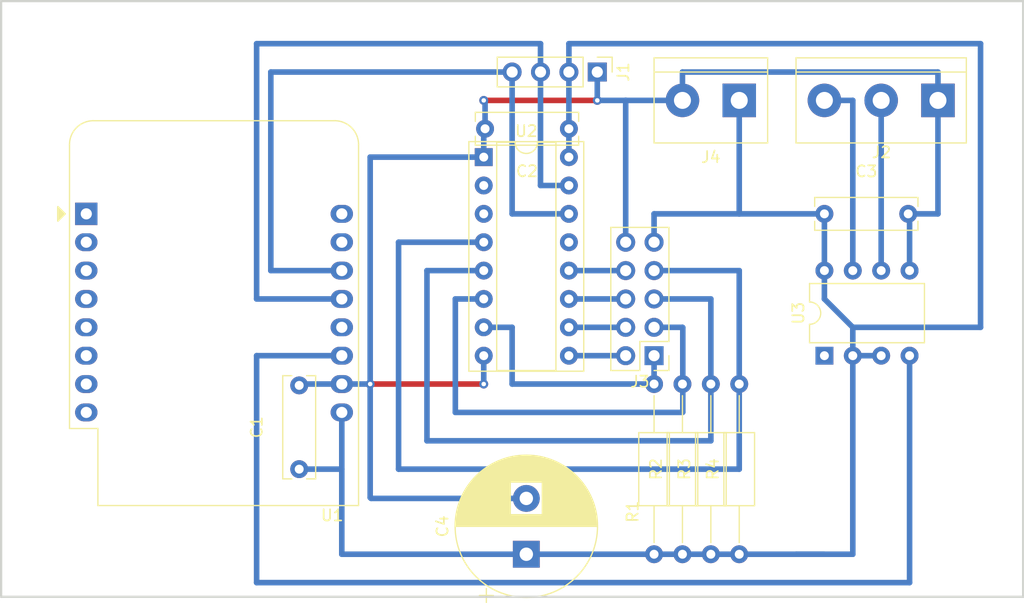
<source format=kicad_pcb>
(kicad_pcb (version 20171130) (host pcbnew "(5.1.10-1-10_14)")

  (general
    (thickness 1.6)
    (drawings 4)
    (tracks 95)
    (zones 0)
    (modules 15)
    (nets 16)
  )

  (page A4)
  (layers
    (0 F.Cu signal)
    (31 B.Cu signal)
    (32 B.Adhes user)
    (33 F.Adhes user)
    (34 B.Paste user)
    (35 F.Paste user)
    (36 B.SilkS user)
    (37 F.SilkS user)
    (38 B.Mask user)
    (39 F.Mask user)
    (40 Dwgs.User user)
    (41 Cmts.User user)
    (42 Eco1.User user)
    (43 Eco2.User user)
    (44 Edge.Cuts user)
    (45 Margin user)
    (46 B.CrtYd user)
    (47 F.CrtYd user)
    (48 B.Fab user)
    (49 F.Fab user)
  )

  (setup
    (last_trace_width 0.5)
    (user_trace_width 0.5)
    (trace_clearance 0.2)
    (zone_clearance 0.508)
    (zone_45_only no)
    (trace_min 0.2)
    (via_size 0.8)
    (via_drill 0.4)
    (via_min_size 0.4)
    (via_min_drill 0.3)
    (uvia_size 0.3)
    (uvia_drill 0.1)
    (uvias_allowed no)
    (uvia_min_size 0.2)
    (uvia_min_drill 0.1)
    (edge_width 0.05)
    (segment_width 0.2)
    (pcb_text_width 0.3)
    (pcb_text_size 1.5 1.5)
    (mod_edge_width 0.12)
    (mod_text_size 1 1)
    (mod_text_width 0.15)
    (pad_size 1.524 1.524)
    (pad_drill 0.762)
    (pad_to_mask_clearance 0)
    (aux_axis_origin 0 0)
    (visible_elements FFFFFF7F)
    (pcbplotparams
      (layerselection 0x010fc_ffffffff)
      (usegerberextensions false)
      (usegerberattributes true)
      (usegerberadvancedattributes true)
      (creategerberjobfile true)
      (excludeedgelayer true)
      (linewidth 0.100000)
      (plotframeref false)
      (viasonmask false)
      (mode 1)
      (useauxorigin false)
      (hpglpennumber 1)
      (hpglpenspeed 20)
      (hpglpendiameter 15.000000)
      (psnegative false)
      (psa4output false)
      (plotreference true)
      (plotvalue true)
      (plotinvisibletext false)
      (padsonsilk false)
      (subtractmaskfromsilk false)
      (outputformat 1)
      (mirror false)
      (drillshape 1)
      (scaleselection 1)
      (outputdirectory ""))
  )

  (net 0 "")
  (net 1 +5V)
  (net 2 GND)
  (net 3 "Net-(U1-Pad11)")
  (net 4 "Net-(J1-Pad3)")
  (net 5 "Net-(J2-Pad2)")
  (net 6 "Net-(J2-Pad3)")
  (net 7 "Net-(J3-Pad2)")
  (net 8 "Net-(J1-Pad4)")
  (net 9 "Net-(J3-Pad3)")
  (net 10 "Net-(J3-Pad1)")
  (net 11 "Net-(J3-Pad4)")
  (net 12 "Net-(J3-Pad5)")
  (net 13 "Net-(J3-Pad6)")
  (net 14 "Net-(J3-Pad7)")
  (net 15 "Net-(J3-Pad8)")

  (net_class Default "This is the default net class."
    (clearance 0.2)
    (trace_width 0.25)
    (via_dia 0.8)
    (via_drill 0.4)
    (uvia_dia 0.3)
    (uvia_drill 0.1)
    (add_net +5V)
    (add_net GND)
    (add_net "Net-(J1-Pad3)")
    (add_net "Net-(J1-Pad4)")
    (add_net "Net-(J2-Pad2)")
    (add_net "Net-(J2-Pad3)")
    (add_net "Net-(J3-Pad1)")
    (add_net "Net-(J3-Pad2)")
    (add_net "Net-(J3-Pad3)")
    (add_net "Net-(J3-Pad4)")
    (add_net "Net-(J3-Pad5)")
    (add_net "Net-(J3-Pad6)")
    (add_net "Net-(J3-Pad7)")
    (add_net "Net-(J3-Pad8)")
    (add_net "Net-(U1-Pad11)")
  )

  (module Capacitor_THT:C_Rect_L9.0mm_W2.7mm_P7.50mm_MKT (layer F.Cu) (tedit 5AE50EF0) (tstamp 6182FCD8)
    (at 144.78 104.14 180)
    (descr "C, Rect series, Radial, pin pitch=7.50mm, , length*width=9*2.7mm^2, Capacitor, https://en.tdk.eu/inf/20/20/db/fc_2009/MKT_B32560_564.pdf")
    (tags "C Rect series Radial pin pitch 7.50mm  length 9mm width 2.7mm Capacitor")
    (path /618BB258)
    (fp_text reference C2 (at 3.75 -3.8) (layer F.SilkS)
      (effects (font (size 1 1) (thickness 0.15)))
    )
    (fp_text value 100n (at 3.75 3.8) (layer F.Fab)
      (effects (font (size 1 1) (thickness 0.15)))
    )
    (fp_line (start -0.75 -1.35) (end -0.75 1.35) (layer F.Fab) (width 0.1))
    (fp_line (start -0.75 1.35) (end 8.25 1.35) (layer F.Fab) (width 0.1))
    (fp_line (start 8.25 1.35) (end 8.25 -1.35) (layer F.Fab) (width 0.1))
    (fp_line (start 8.25 -1.35) (end -0.75 -1.35) (layer F.Fab) (width 0.1))
    (fp_line (start -0.87 -1.471) (end 8.37 -1.471) (layer F.SilkS) (width 0.12))
    (fp_line (start -0.87 1.471) (end 8.37 1.471) (layer F.SilkS) (width 0.12))
    (fp_line (start -0.87 -1.471) (end -0.87 -0.665) (layer F.SilkS) (width 0.12))
    (fp_line (start -0.87 0.665) (end -0.87 1.471) (layer F.SilkS) (width 0.12))
    (fp_line (start 8.37 -1.471) (end 8.37 -0.665) (layer F.SilkS) (width 0.12))
    (fp_line (start 8.37 0.665) (end 8.37 1.471) (layer F.SilkS) (width 0.12))
    (fp_line (start -1.05 -1.6) (end -1.05 1.6) (layer F.CrtYd) (width 0.05))
    (fp_line (start -1.05 1.6) (end 8.55 1.6) (layer F.CrtYd) (width 0.05))
    (fp_line (start 8.55 1.6) (end 8.55 -1.6) (layer F.CrtYd) (width 0.05))
    (fp_line (start 8.55 -1.6) (end -1.05 -1.6) (layer F.CrtYd) (width 0.05))
    (fp_text user %R (at 3.75 0) (layer F.Fab)
      (effects (font (size 1 1) (thickness 0.15)))
    )
    (pad 2 thru_hole circle (at 7.5 0 180) (size 1.6 1.6) (drill 0.8) (layers *.Cu *.Mask)
      (net 2 GND))
    (pad 1 thru_hole circle (at 0 0 180) (size 1.6 1.6) (drill 0.8) (layers *.Cu *.Mask)
      (net 1 +5V))
    (model ${KISYS3DMOD}/Capacitor_THT.3dshapes/C_Rect_L9.0mm_W2.7mm_P7.50mm_MKT.wrl
      (at (xyz 0 0 0))
      (scale (xyz 1 1 1))
      (rotate (xyz 0 0 0))
    )
  )

  (module Capacitor_THT:C_Rect_L9.0mm_W2.7mm_P7.50mm_MKT (layer F.Cu) (tedit 5AE50EF0) (tstamp 6182F1AE)
    (at 167.64 111.76)
    (descr "C, Rect series, Radial, pin pitch=7.50mm, , length*width=9*2.7mm^2, Capacitor, https://en.tdk.eu/inf/20/20/db/fc_2009/MKT_B32560_564.pdf")
    (tags "C Rect series Radial pin pitch 7.50mm  length 9mm width 2.7mm Capacitor")
    (path /618B6F8B)
    (fp_text reference C3 (at 3.75 -3.8) (layer F.SilkS)
      (effects (font (size 1 1) (thickness 0.15)))
    )
    (fp_text value 100n (at 3.75 3.8) (layer F.Fab)
      (effects (font (size 1 1) (thickness 0.15)))
    )
    (fp_line (start -0.75 -1.35) (end -0.75 1.35) (layer F.Fab) (width 0.1))
    (fp_line (start -0.75 1.35) (end 8.25 1.35) (layer F.Fab) (width 0.1))
    (fp_line (start 8.25 1.35) (end 8.25 -1.35) (layer F.Fab) (width 0.1))
    (fp_line (start 8.25 -1.35) (end -0.75 -1.35) (layer F.Fab) (width 0.1))
    (fp_line (start -0.87 -1.471) (end 8.37 -1.471) (layer F.SilkS) (width 0.12))
    (fp_line (start -0.87 1.471) (end 8.37 1.471) (layer F.SilkS) (width 0.12))
    (fp_line (start -0.87 -1.471) (end -0.87 -0.665) (layer F.SilkS) (width 0.12))
    (fp_line (start -0.87 0.665) (end -0.87 1.471) (layer F.SilkS) (width 0.12))
    (fp_line (start 8.37 -1.471) (end 8.37 -0.665) (layer F.SilkS) (width 0.12))
    (fp_line (start 8.37 0.665) (end 8.37 1.471) (layer F.SilkS) (width 0.12))
    (fp_line (start -1.05 -1.6) (end -1.05 1.6) (layer F.CrtYd) (width 0.05))
    (fp_line (start -1.05 1.6) (end 8.55 1.6) (layer F.CrtYd) (width 0.05))
    (fp_line (start 8.55 1.6) (end 8.55 -1.6) (layer F.CrtYd) (width 0.05))
    (fp_line (start 8.55 -1.6) (end -1.05 -1.6) (layer F.CrtYd) (width 0.05))
    (fp_text user %R (at 3.75 0) (layer F.Fab)
      (effects (font (size 1 1) (thickness 0.15)))
    )
    (pad 2 thru_hole circle (at 7.5 0) (size 1.6 1.6) (drill 0.8) (layers *.Cu *.Mask)
      (net 2 GND))
    (pad 1 thru_hole circle (at 0 0) (size 1.6 1.6) (drill 0.8) (layers *.Cu *.Mask)
      (net 1 +5V))
    (model ${KISYS3DMOD}/Capacitor_THT.3dshapes/C_Rect_L9.0mm_W2.7mm_P7.50mm_MKT.wrl
      (at (xyz 0 0 0))
      (scale (xyz 1 1 1))
      (rotate (xyz 0 0 0))
    )
  )

  (module Capacitor_THT:C_Rect_L9.0mm_W2.7mm_P7.50mm_MKT (layer F.Cu) (tedit 5AE50EF0) (tstamp 6207DFE0)
    (at 120.65 134.62 90)
    (descr "C, Rect series, Radial, pin pitch=7.50mm, , length*width=9*2.7mm^2, Capacitor, https://en.tdk.eu/inf/20/20/db/fc_2009/MKT_B32560_564.pdf")
    (tags "C Rect series Radial pin pitch 7.50mm  length 9mm width 2.7mm Capacitor")
    (path /618C8AF0)
    (fp_text reference C1 (at 3.75 -3.8 90) (layer F.SilkS)
      (effects (font (size 1 1) (thickness 0.15)))
    )
    (fp_text value 100n (at 3.75 3.8 90) (layer F.Fab)
      (effects (font (size 1 1) (thickness 0.15)))
    )
    (fp_line (start -0.75 -1.35) (end -0.75 1.35) (layer F.Fab) (width 0.1))
    (fp_line (start -0.75 1.35) (end 8.25 1.35) (layer F.Fab) (width 0.1))
    (fp_line (start 8.25 1.35) (end 8.25 -1.35) (layer F.Fab) (width 0.1))
    (fp_line (start 8.25 -1.35) (end -0.75 -1.35) (layer F.Fab) (width 0.1))
    (fp_line (start -0.87 -1.471) (end 8.37 -1.471) (layer F.SilkS) (width 0.12))
    (fp_line (start -0.87 1.471) (end 8.37 1.471) (layer F.SilkS) (width 0.12))
    (fp_line (start -0.87 -1.471) (end -0.87 -0.665) (layer F.SilkS) (width 0.12))
    (fp_line (start -0.87 0.665) (end -0.87 1.471) (layer F.SilkS) (width 0.12))
    (fp_line (start 8.37 -1.471) (end 8.37 -0.665) (layer F.SilkS) (width 0.12))
    (fp_line (start 8.37 0.665) (end 8.37 1.471) (layer F.SilkS) (width 0.12))
    (fp_line (start -1.05 -1.6) (end -1.05 1.6) (layer F.CrtYd) (width 0.05))
    (fp_line (start -1.05 1.6) (end 8.55 1.6) (layer F.CrtYd) (width 0.05))
    (fp_line (start 8.55 1.6) (end 8.55 -1.6) (layer F.CrtYd) (width 0.05))
    (fp_line (start 8.55 -1.6) (end -1.05 -1.6) (layer F.CrtYd) (width 0.05))
    (fp_text user %R (at 3.75 0 90) (layer F.Fab)
      (effects (font (size 1 1) (thickness 0.15)))
    )
    (pad 2 thru_hole circle (at 7.5 0 90) (size 1.6 1.6) (drill 0.8) (layers *.Cu *.Mask)
      (net 2 GND))
    (pad 1 thru_hole circle (at 0 0 90) (size 1.6 1.6) (drill 0.8) (layers *.Cu *.Mask)
      (net 1 +5V))
    (model ${KISYS3DMOD}/Capacitor_THT.3dshapes/C_Rect_L9.0mm_W2.7mm_P7.50mm_MKT.wrl
      (at (xyz 0 0 0))
      (scale (xyz 1 1 1))
      (rotate (xyz 0 0 0))
    )
  )

  (module Resistor_THT:R_Axial_DIN0207_L6.3mm_D2.5mm_P15.24mm_Horizontal (layer F.Cu) (tedit 5AE5139B) (tstamp 6207DA97)
    (at 152.4 142.24 90)
    (descr "Resistor, Axial_DIN0207 series, Axial, Horizontal, pin pitch=15.24mm, 0.25W = 1/4W, length*diameter=6.3*2.5mm^2, http://cdn-reichelt.de/documents/datenblatt/B400/1_4W%23YAG.pdf")
    (tags "Resistor Axial_DIN0207 series Axial Horizontal pin pitch 15.24mm 0.25W = 1/4W length 6.3mm diameter 2.5mm")
    (path /61817BAB)
    (fp_text reference R1 (at 3.81 -1.92 90) (layer F.SilkS)
      (effects (font (size 1 1) (thickness 0.15)))
    )
    (fp_text value 4k7 (at 3.81 1.92 90) (layer F.Fab)
      (effects (font (size 1 1) (thickness 0.15)))
    )
    (fp_line (start 16.29 -1.5) (end -1.05 -1.5) (layer F.CrtYd) (width 0.05))
    (fp_line (start 16.29 1.5) (end 16.29 -1.5) (layer F.CrtYd) (width 0.05))
    (fp_line (start -1.05 1.5) (end 16.29 1.5) (layer F.CrtYd) (width 0.05))
    (fp_line (start -1.05 -1.5) (end -1.05 1.5) (layer F.CrtYd) (width 0.05))
    (fp_line (start 14.2 0) (end 10.89 0) (layer F.SilkS) (width 0.12))
    (fp_line (start 1.04 0) (end 4.35 0) (layer F.SilkS) (width 0.12))
    (fp_line (start 10.89 -1.37) (end 4.35 -1.37) (layer F.SilkS) (width 0.12))
    (fp_line (start 10.89 1.37) (end 10.89 -1.37) (layer F.SilkS) (width 0.12))
    (fp_line (start 4.35 1.37) (end 10.89 1.37) (layer F.SilkS) (width 0.12))
    (fp_line (start 4.35 -1.37) (end 4.35 1.37) (layer F.SilkS) (width 0.12))
    (fp_line (start 15.24 0) (end 10.77 0) (layer F.Fab) (width 0.1))
    (fp_line (start 0 0) (end 4.47 0) (layer F.Fab) (width 0.1))
    (fp_line (start 10.77 -1.25) (end 4.47 -1.25) (layer F.Fab) (width 0.1))
    (fp_line (start 10.77 1.25) (end 10.77 -1.25) (layer F.Fab) (width 0.1))
    (fp_line (start 4.47 1.25) (end 10.77 1.25) (layer F.Fab) (width 0.1))
    (fp_line (start 4.47 -1.25) (end 4.47 1.25) (layer F.Fab) (width 0.1))
    (fp_text user %R (at 3.81 0 90) (layer F.Fab)
      (effects (font (size 0.72 0.72) (thickness 0.108)))
    )
    (pad 2 thru_hole oval (at 15.24 0 90) (size 1.6 1.6) (drill 0.8) (layers *.Cu *.Mask)
      (net 10 "Net-(J3-Pad1)"))
    (pad 1 thru_hole circle (at 0 0 90) (size 1.6 1.6) (drill 0.8) (layers *.Cu *.Mask)
      (net 1 +5V))
    (model ${KISYS3DMOD}/Resistor_THT.3dshapes/R_Axial_DIN0207_L6.3mm_D2.5mm_P15.24mm_Horizontal.wrl
      (at (xyz 0 0 0))
      (scale (xyz 1 1 1))
      (rotate (xyz 0 0 0))
    )
  )

  (module Connector_PinHeader_2.54mm:PinHeader_1x04_P2.54mm_Vertical (layer F.Cu) (tedit 59FED5CC) (tstamp 61704ABB)
    (at 147.32 99.06 270)
    (descr "Through hole straight pin header, 1x04, 2.54mm pitch, single row")
    (tags "Through hole pin header THT 1x04 2.54mm single row")
    (path /61705B71)
    (fp_text reference J1 (at 0 -2.33 90) (layer F.SilkS)
      (effects (font (size 1 1) (thickness 0.15)))
    )
    (fp_text value "I2C LCD1602" (at 0 9.95 90) (layer F.Fab)
      (effects (font (size 1 1) (thickness 0.15)))
    )
    (fp_line (start -0.635 -1.27) (end 1.27 -1.27) (layer F.Fab) (width 0.1))
    (fp_line (start 1.27 -1.27) (end 1.27 8.89) (layer F.Fab) (width 0.1))
    (fp_line (start 1.27 8.89) (end -1.27 8.89) (layer F.Fab) (width 0.1))
    (fp_line (start -1.27 8.89) (end -1.27 -0.635) (layer F.Fab) (width 0.1))
    (fp_line (start -1.27 -0.635) (end -0.635 -1.27) (layer F.Fab) (width 0.1))
    (fp_line (start -1.33 8.95) (end 1.33 8.95) (layer F.SilkS) (width 0.12))
    (fp_line (start -1.33 1.27) (end -1.33 8.95) (layer F.SilkS) (width 0.12))
    (fp_line (start 1.33 1.27) (end 1.33 8.95) (layer F.SilkS) (width 0.12))
    (fp_line (start -1.33 1.27) (end 1.33 1.27) (layer F.SilkS) (width 0.12))
    (fp_line (start -1.33 0) (end -1.33 -1.33) (layer F.SilkS) (width 0.12))
    (fp_line (start -1.33 -1.33) (end 0 -1.33) (layer F.SilkS) (width 0.12))
    (fp_line (start -1.8 -1.8) (end -1.8 9.4) (layer F.CrtYd) (width 0.05))
    (fp_line (start -1.8 9.4) (end 1.8 9.4) (layer F.CrtYd) (width 0.05))
    (fp_line (start 1.8 9.4) (end 1.8 -1.8) (layer F.CrtYd) (width 0.05))
    (fp_line (start 1.8 -1.8) (end -1.8 -1.8) (layer F.CrtYd) (width 0.05))
    (fp_text user %R (at 0 3.81) (layer F.Fab)
      (effects (font (size 1 1) (thickness 0.15)))
    )
    (pad 1 thru_hole rect (at 0 0 270) (size 1.7 1.7) (drill 1) (layers *.Cu *.Mask)
      (net 2 GND))
    (pad 2 thru_hole oval (at 0 2.54 270) (size 1.7 1.7) (drill 1) (layers *.Cu *.Mask)
      (net 1 +5V))
    (pad 3 thru_hole oval (at 0 5.08 270) (size 1.7 1.7) (drill 1) (layers *.Cu *.Mask)
      (net 4 "Net-(J1-Pad3)"))
    (pad 4 thru_hole oval (at 0 7.62 270) (size 1.7 1.7) (drill 1) (layers *.Cu *.Mask)
      (net 8 "Net-(J1-Pad4)"))
    (model ${KISYS3DMOD}/Connector_PinHeader_2.54mm.3dshapes/PinHeader_1x04_P2.54mm_Vertical.wrl
      (at (xyz 0 0 0))
      (scale (xyz 1 1 1))
      (rotate (xyz 0 0 0))
    )
  )

  (module TerminalBlock:TerminalBlock_bornier-3_P5.08mm (layer F.Cu) (tedit 59FF03B9) (tstamp 6182FDC2)
    (at 177.8 101.6 180)
    (descr "simple 3-pin terminal block, pitch 5.08mm, revamped version of bornier3")
    (tags "terminal block bornier3")
    (path /616FE28D)
    (fp_text reference J2 (at 5.05 -4.65) (layer F.SilkS)
      (effects (font (size 1 1) (thickness 0.15)))
    )
    (fp_text value DMX (at 5.08 5.08) (layer F.Fab)
      (effects (font (size 1 1) (thickness 0.15)))
    )
    (fp_line (start -2.47 2.55) (end 12.63 2.55) (layer F.Fab) (width 0.1))
    (fp_line (start -2.47 -3.75) (end 12.63 -3.75) (layer F.Fab) (width 0.1))
    (fp_line (start 12.63 -3.75) (end 12.63 3.75) (layer F.Fab) (width 0.1))
    (fp_line (start 12.63 3.75) (end -2.47 3.75) (layer F.Fab) (width 0.1))
    (fp_line (start -2.47 3.75) (end -2.47 -3.75) (layer F.Fab) (width 0.1))
    (fp_line (start -2.54 3.81) (end -2.54 -3.81) (layer F.SilkS) (width 0.12))
    (fp_line (start 12.7 3.81) (end 12.7 -3.81) (layer F.SilkS) (width 0.12))
    (fp_line (start -2.54 2.54) (end 12.7 2.54) (layer F.SilkS) (width 0.12))
    (fp_line (start -2.54 -3.81) (end 12.7 -3.81) (layer F.SilkS) (width 0.12))
    (fp_line (start -2.54 3.81) (end 12.7 3.81) (layer F.SilkS) (width 0.12))
    (fp_line (start -2.72 -4) (end 12.88 -4) (layer F.CrtYd) (width 0.05))
    (fp_line (start -2.72 -4) (end -2.72 4) (layer F.CrtYd) (width 0.05))
    (fp_line (start 12.88 4) (end 12.88 -4) (layer F.CrtYd) (width 0.05))
    (fp_line (start 12.88 4) (end -2.72 4) (layer F.CrtYd) (width 0.05))
    (fp_text user %R (at 5.08 0) (layer F.Fab)
      (effects (font (size 1 1) (thickness 0.15)))
    )
    (pad 1 thru_hole rect (at 0 0 180) (size 3 3) (drill 1.52) (layers *.Cu *.Mask)
      (net 2 GND))
    (pad 2 thru_hole circle (at 5.08 0 180) (size 3 3) (drill 1.52) (layers *.Cu *.Mask)
      (net 5 "Net-(J2-Pad2)"))
    (pad 3 thru_hole circle (at 10.16 0 180) (size 3 3) (drill 1.52) (layers *.Cu *.Mask)
      (net 6 "Net-(J2-Pad3)"))
    (model ${KISYS3DMOD}/TerminalBlock.3dshapes/TerminalBlock_bornier-3_P5.08mm.wrl
      (offset (xyz 5.079999923706055 0 0))
      (scale (xyz 1 1 1))
      (rotate (xyz 0 0 0))
    )
  )

  (module Package_DIP:DIP-8_W7.62mm (layer F.Cu) (tedit 5A02E8C5) (tstamp 61704BA3)
    (at 167.64 124.46 90)
    (descr "8-lead though-hole mounted DIP package, row spacing 7.62 mm (300 mils)")
    (tags "THT DIP DIL PDIP 2.54mm 7.62mm 300mil")
    (path /616FB6E6)
    (fp_text reference U3 (at 3.81 -2.33 90) (layer F.SilkS)
      (effects (font (size 1 1) (thickness 0.15)))
    )
    (fp_text value SN75176AP (at 3.81 9.95 90) (layer F.Fab)
      (effects (font (size 1 1) (thickness 0.15)))
    )
    (fp_line (start 8.7 -1.55) (end -1.1 -1.55) (layer F.CrtYd) (width 0.05))
    (fp_line (start 8.7 9.15) (end 8.7 -1.55) (layer F.CrtYd) (width 0.05))
    (fp_line (start -1.1 9.15) (end 8.7 9.15) (layer F.CrtYd) (width 0.05))
    (fp_line (start -1.1 -1.55) (end -1.1 9.15) (layer F.CrtYd) (width 0.05))
    (fp_line (start 6.46 -1.33) (end 4.81 -1.33) (layer F.SilkS) (width 0.12))
    (fp_line (start 6.46 8.95) (end 6.46 -1.33) (layer F.SilkS) (width 0.12))
    (fp_line (start 1.16 8.95) (end 6.46 8.95) (layer F.SilkS) (width 0.12))
    (fp_line (start 1.16 -1.33) (end 1.16 8.95) (layer F.SilkS) (width 0.12))
    (fp_line (start 2.81 -1.33) (end 1.16 -1.33) (layer F.SilkS) (width 0.12))
    (fp_line (start 0.635 -0.27) (end 1.635 -1.27) (layer F.Fab) (width 0.1))
    (fp_line (start 0.635 8.89) (end 0.635 -0.27) (layer F.Fab) (width 0.1))
    (fp_line (start 6.985 8.89) (end 0.635 8.89) (layer F.Fab) (width 0.1))
    (fp_line (start 6.985 -1.27) (end 6.985 8.89) (layer F.Fab) (width 0.1))
    (fp_line (start 1.635 -1.27) (end 6.985 -1.27) (layer F.Fab) (width 0.1))
    (fp_arc (start 3.81 -1.33) (end 2.81 -1.33) (angle -180) (layer F.SilkS) (width 0.12))
    (pad 1 thru_hole rect (at 0 0 90) (size 1.6 1.6) (drill 0.8) (layers *.Cu *.Mask))
    (pad 5 thru_hole oval (at 7.62 7.62 90) (size 1.6 1.6) (drill 0.8) (layers *.Cu *.Mask)
      (net 2 GND))
    (pad 2 thru_hole oval (at 0 2.54 90) (size 1.6 1.6) (drill 0.8) (layers *.Cu *.Mask)
      (net 1 +5V))
    (pad 6 thru_hole oval (at 7.62 5.08 90) (size 1.6 1.6) (drill 0.8) (layers *.Cu *.Mask)
      (net 5 "Net-(J2-Pad2)"))
    (pad 3 thru_hole oval (at 0 5.08 90) (size 1.6 1.6) (drill 0.8) (layers *.Cu *.Mask)
      (net 1 +5V))
    (pad 7 thru_hole oval (at 7.62 2.54 90) (size 1.6 1.6) (drill 0.8) (layers *.Cu *.Mask)
      (net 6 "Net-(J2-Pad3)"))
    (pad 4 thru_hole oval (at 0 7.62 90) (size 1.6 1.6) (drill 0.8) (layers *.Cu *.Mask)
      (net 3 "Net-(U1-Pad11)"))
    (pad 8 thru_hole oval (at 7.62 0 90) (size 1.6 1.6) (drill 0.8) (layers *.Cu *.Mask)
      (net 1 +5V))
    (model ${KISYS3DMOD}/Package_DIP.3dshapes/DIP-8_W7.62mm.wrl
      (at (xyz 0 0 0))
      (scale (xyz 1 1 1))
      (rotate (xyz 0 0 0))
    )
  )

  (module Package_DIP:DIP-16_W7.62mm_Socket (layer F.Cu) (tedit 5A02E8C5) (tstamp 61700BDA)
    (at 137.16 106.68)
    (descr "16-lead though-hole mounted DIP package, row spacing 7.62 mm (300 mils), Socket")
    (tags "THT DIP DIL PDIP 2.54mm 7.62mm 300mil Socket")
    (path /61707C41)
    (fp_text reference U2 (at 3.81 -2.33) (layer F.SilkS)
      (effects (font (size 1 1) (thickness 0.15)))
    )
    (fp_text value PCF8574A (at 3.81 20.11) (layer F.Fab)
      (effects (font (size 1 1) (thickness 0.15)))
    )
    (fp_line (start 1.635 -1.27) (end 6.985 -1.27) (layer F.Fab) (width 0.1))
    (fp_line (start 6.985 -1.27) (end 6.985 19.05) (layer F.Fab) (width 0.1))
    (fp_line (start 6.985 19.05) (end 0.635 19.05) (layer F.Fab) (width 0.1))
    (fp_line (start 0.635 19.05) (end 0.635 -0.27) (layer F.Fab) (width 0.1))
    (fp_line (start 0.635 -0.27) (end 1.635 -1.27) (layer F.Fab) (width 0.1))
    (fp_line (start -1.27 -1.33) (end -1.27 19.11) (layer F.Fab) (width 0.1))
    (fp_line (start -1.27 19.11) (end 8.89 19.11) (layer F.Fab) (width 0.1))
    (fp_line (start 8.89 19.11) (end 8.89 -1.33) (layer F.Fab) (width 0.1))
    (fp_line (start 8.89 -1.33) (end -1.27 -1.33) (layer F.Fab) (width 0.1))
    (fp_line (start 2.81 -1.33) (end 1.16 -1.33) (layer F.SilkS) (width 0.12))
    (fp_line (start 1.16 -1.33) (end 1.16 19.11) (layer F.SilkS) (width 0.12))
    (fp_line (start 1.16 19.11) (end 6.46 19.11) (layer F.SilkS) (width 0.12))
    (fp_line (start 6.46 19.11) (end 6.46 -1.33) (layer F.SilkS) (width 0.12))
    (fp_line (start 6.46 -1.33) (end 4.81 -1.33) (layer F.SilkS) (width 0.12))
    (fp_line (start -1.33 -1.39) (end -1.33 19.17) (layer F.SilkS) (width 0.12))
    (fp_line (start -1.33 19.17) (end 8.95 19.17) (layer F.SilkS) (width 0.12))
    (fp_line (start 8.95 19.17) (end 8.95 -1.39) (layer F.SilkS) (width 0.12))
    (fp_line (start 8.95 -1.39) (end -1.33 -1.39) (layer F.SilkS) (width 0.12))
    (fp_line (start -1.55 -1.6) (end -1.55 19.4) (layer F.CrtYd) (width 0.05))
    (fp_line (start -1.55 19.4) (end 9.15 19.4) (layer F.CrtYd) (width 0.05))
    (fp_line (start 9.15 19.4) (end 9.15 -1.6) (layer F.CrtYd) (width 0.05))
    (fp_line (start 9.15 -1.6) (end -1.55 -1.6) (layer F.CrtYd) (width 0.05))
    (fp_arc (start 3.81 -1.33) (end 2.81 -1.33) (angle -180) (layer F.SilkS) (width 0.12))
    (fp_text user %R (at 3.81 8.89) (layer F.Fab)
      (effects (font (size 1 1) (thickness 0.15)))
    )
    (pad 1 thru_hole rect (at 0 0) (size 1.6 1.6) (drill 0.8) (layers *.Cu *.Mask)
      (net 2 GND))
    (pad 9 thru_hole oval (at 7.62 17.78) (size 1.6 1.6) (drill 0.8) (layers *.Cu *.Mask)
      (net 7 "Net-(J3-Pad2)"))
    (pad 2 thru_hole oval (at 0 2.54) (size 1.6 1.6) (drill 0.8) (layers *.Cu *.Mask))
    (pad 10 thru_hole oval (at 7.62 15.24) (size 1.6 1.6) (drill 0.8) (layers *.Cu *.Mask)
      (net 11 "Net-(J3-Pad4)"))
    (pad 3 thru_hole oval (at 0 5.08) (size 1.6 1.6) (drill 0.8) (layers *.Cu *.Mask))
    (pad 11 thru_hole oval (at 7.62 12.7) (size 1.6 1.6) (drill 0.8) (layers *.Cu *.Mask)
      (net 13 "Net-(J3-Pad6)"))
    (pad 4 thru_hole oval (at 0 7.62) (size 1.6 1.6) (drill 0.8) (layers *.Cu *.Mask)
      (net 14 "Net-(J3-Pad7)"))
    (pad 12 thru_hole oval (at 7.62 10.16) (size 1.6 1.6) (drill 0.8) (layers *.Cu *.Mask)
      (net 15 "Net-(J3-Pad8)"))
    (pad 5 thru_hole oval (at 0 10.16) (size 1.6 1.6) (drill 0.8) (layers *.Cu *.Mask)
      (net 12 "Net-(J3-Pad5)"))
    (pad 13 thru_hole oval (at 7.62 7.62) (size 1.6 1.6) (drill 0.8) (layers *.Cu *.Mask))
    (pad 6 thru_hole oval (at 0 12.7) (size 1.6 1.6) (drill 0.8) (layers *.Cu *.Mask)
      (net 9 "Net-(J3-Pad3)"))
    (pad 14 thru_hole oval (at 7.62 5.08) (size 1.6 1.6) (drill 0.8) (layers *.Cu *.Mask)
      (net 8 "Net-(J1-Pad4)"))
    (pad 7 thru_hole oval (at 0 15.24) (size 1.6 1.6) (drill 0.8) (layers *.Cu *.Mask)
      (net 10 "Net-(J3-Pad1)"))
    (pad 15 thru_hole oval (at 7.62 2.54) (size 1.6 1.6) (drill 0.8) (layers *.Cu *.Mask)
      (net 4 "Net-(J1-Pad3)"))
    (pad 8 thru_hole oval (at 0 17.78) (size 1.6 1.6) (drill 0.8) (layers *.Cu *.Mask)
      (net 2 GND))
    (pad 16 thru_hole oval (at 7.62 0) (size 1.6 1.6) (drill 0.8) (layers *.Cu *.Mask)
      (net 1 +5V))
    (model ${KISYS3DMOD}/Package_DIP.3dshapes/DIP-16_W7.62mm_Socket.wrl
      (at (xyz 0 0 0))
      (scale (xyz 1 1 1))
      (rotate (xyz 0 0 0))
    )
  )

  (module Module:WEMOS_D1_mini_light (layer F.Cu) (tedit 5BBFB1CE) (tstamp 617041D2)
    (at 101.6 111.76)
    (descr "16-pin module, column spacing 22.86 mm (900 mils), https://wiki.wemos.cc/products:d1:d1_mini, https://c1.staticflickr.com/1/734/31400410271_f278b087db_z.jpg")
    (tags "ESP8266 WiFi microcontroller")
    (path /616FAB58)
    (fp_text reference U1 (at 22 27) (layer F.SilkS)
      (effects (font (size 1 1) (thickness 0.15)))
    )
    (fp_text value WeMos_D1_mini (at 11.7 0) (layer F.Fab)
      (effects (font (size 1 1) (thickness 0.15)))
    )
    (fp_line (start 1.04 19.22) (end 1.04 26.12) (layer F.SilkS) (width 0.12))
    (fp_line (start -1.5 19.22) (end 1.04 19.22) (layer F.SilkS) (width 0.12))
    (fp_line (start -0.37 0) (end -1.37 -1) (layer F.Fab) (width 0.1))
    (fp_line (start -1.37 1) (end -0.37 0) (layer F.Fab) (width 0.1))
    (fp_line (start -1.37 -6.21) (end -1.37 -1) (layer F.Fab) (width 0.1))
    (fp_line (start 1.17 19.09) (end 1.17 25.99) (layer F.Fab) (width 0.1))
    (fp_line (start -1.37 19.09) (end 1.17 19.09) (layer F.Fab) (width 0.1))
    (fp_line (start -1.35 -7.4) (end -0.55 -8.2) (layer Dwgs.User) (width 0.1))
    (fp_line (start -1.3 -5.45) (end 1.45 -8.2) (layer Dwgs.User) (width 0.1))
    (fp_line (start -1.35 -3.4) (end 3.45 -8.2) (layer Dwgs.User) (width 0.1))
    (fp_line (start 22.65 -1.4) (end 24.25 -3) (layer Dwgs.User) (width 0.1))
    (fp_line (start 20.65 -1.4) (end 24.25 -5) (layer Dwgs.User) (width 0.1))
    (fp_line (start 18.65 -1.4) (end 24.25 -7) (layer Dwgs.User) (width 0.1))
    (fp_line (start 16.65 -1.4) (end 23.45 -8.2) (layer Dwgs.User) (width 0.1))
    (fp_line (start 14.65 -1.4) (end 21.45 -8.2) (layer Dwgs.User) (width 0.1))
    (fp_line (start 12.65 -1.4) (end 19.45 -8.2) (layer Dwgs.User) (width 0.1))
    (fp_line (start 10.65 -1.4) (end 17.45 -8.2) (layer Dwgs.User) (width 0.1))
    (fp_line (start 8.65 -1.4) (end 15.45 -8.2) (layer Dwgs.User) (width 0.1))
    (fp_line (start 6.65 -1.4) (end 13.45 -8.2) (layer Dwgs.User) (width 0.1))
    (fp_line (start 4.65 -1.4) (end 11.45 -8.2) (layer Dwgs.User) (width 0.1))
    (fp_line (start 2.65 -1.4) (end 9.45 -8.2) (layer Dwgs.User) (width 0.1))
    (fp_line (start 0.65 -1.4) (end 7.45 -8.2) (layer Dwgs.User) (width 0.1))
    (fp_line (start -1.35 -1.4) (end 5.45 -8.2) (layer Dwgs.User) (width 0.1))
    (fp_line (start -1.35 -8.2) (end -1.35 -1.4) (layer Dwgs.User) (width 0.1))
    (fp_line (start 24.25 -8.2) (end -1.35 -8.2) (layer Dwgs.User) (width 0.1))
    (fp_line (start 24.25 -1.4) (end 24.25 -8.2) (layer Dwgs.User) (width 0.1))
    (fp_line (start -1.35 -1.4) (end 24.25 -1.4) (layer Dwgs.User) (width 0.1))
    (fp_poly (pts (xy -2.54 -0.635) (xy -2.54 0.635) (xy -1.905 0)) (layer F.SilkS) (width 0.15))
    (fp_line (start -1.62 26.24) (end -1.62 -8.46) (layer F.CrtYd) (width 0.05))
    (fp_line (start 24.48 26.24) (end -1.62 26.24) (layer F.CrtYd) (width 0.05))
    (fp_line (start 24.48 -8.41) (end 24.48 26.24) (layer F.CrtYd) (width 0.05))
    (fp_line (start -1.62 -8.46) (end 24.48 -8.46) (layer F.CrtYd) (width 0.05))
    (fp_line (start -1.37 1) (end -1.37 19.09) (layer F.Fab) (width 0.1))
    (fp_line (start 22.23 -8.21) (end 0.63 -8.21) (layer F.Fab) (width 0.1))
    (fp_line (start 24.23 25.99) (end 24.23 -6.21) (layer F.Fab) (width 0.1))
    (fp_line (start 1.17 25.99) (end 24.23 25.99) (layer F.Fab) (width 0.1))
    (fp_line (start 22.24 -8.34) (end 0.63 -8.34) (layer F.SilkS) (width 0.12))
    (fp_line (start 24.36 26.12) (end 24.36 -6.21) (layer F.SilkS) (width 0.12))
    (fp_line (start -1.5 19.22) (end -1.5 -6.21) (layer F.SilkS) (width 0.12))
    (fp_line (start 1.04 26.12) (end 24.36 26.12) (layer F.SilkS) (width 0.12))
    (fp_text user %R (at 11.43 10) (layer F.Fab)
      (effects (font (size 1 1) (thickness 0.15)))
    )
    (fp_arc (start 0.63 -6.21) (end 0.63 -8.21) (angle -90) (layer F.Fab) (width 0.1))
    (fp_arc (start 22.23 -6.21) (end 24.23 -6.19) (angle -90) (layer F.Fab) (width 0.1))
    (fp_arc (start 0.63 -6.21) (end 0.63 -8.34) (angle -90) (layer F.SilkS) (width 0.12))
    (fp_arc (start 22.23 -6.21) (end 24.36 -6.21) (angle -90) (layer F.SilkS) (width 0.12))
    (fp_text user "KEEP OUT" (at 11.43 -6.35) (layer Cmts.User)
      (effects (font (size 1 1) (thickness 0.15)))
    )
    (fp_text user "No copper" (at 11.43 -3.81) (layer Cmts.User)
      (effects (font (size 1 1) (thickness 0.15)))
    )
    (pad 2 thru_hole oval (at 0 2.54) (size 2 1.6) (drill 1) (layers *.Cu *.Mask))
    (pad 1 thru_hole rect (at 0 0) (size 2 2) (drill 1) (layers *.Cu *.Mask))
    (pad 3 thru_hole oval (at 0 5.08) (size 2 1.6) (drill 1) (layers *.Cu *.Mask))
    (pad 4 thru_hole oval (at 0 7.62) (size 2 1.6) (drill 1) (layers *.Cu *.Mask))
    (pad 5 thru_hole oval (at 0 10.16) (size 2 1.6) (drill 1) (layers *.Cu *.Mask))
    (pad 6 thru_hole oval (at 0 12.7) (size 2 1.6) (drill 1) (layers *.Cu *.Mask))
    (pad 7 thru_hole oval (at 0 15.24) (size 2 1.6) (drill 1) (layers *.Cu *.Mask))
    (pad 8 thru_hole oval (at 0 17.78) (size 2 1.6) (drill 1) (layers *.Cu *.Mask))
    (pad 9 thru_hole oval (at 22.86 17.78) (size 2 1.6) (drill 1) (layers *.Cu *.Mask)
      (net 1 +5V))
    (pad 10 thru_hole oval (at 22.86 15.24) (size 2 1.6) (drill 1) (layers *.Cu *.Mask)
      (net 2 GND))
    (pad 11 thru_hole oval (at 22.86 12.7) (size 2 1.6) (drill 1) (layers *.Cu *.Mask)
      (net 3 "Net-(U1-Pad11)"))
    (pad 12 thru_hole oval (at 22.86 10.16) (size 2 1.6) (drill 1) (layers *.Cu *.Mask))
    (pad 13 thru_hole oval (at 22.86 7.62) (size 2 1.6) (drill 1) (layers *.Cu *.Mask)
      (net 4 "Net-(J1-Pad3)"))
    (pad 14 thru_hole oval (at 22.86 5.08) (size 2 1.6) (drill 1) (layers *.Cu *.Mask)
      (net 8 "Net-(J1-Pad4)"))
    (pad 15 thru_hole oval (at 22.86 2.54) (size 2 1.6) (drill 1) (layers *.Cu *.Mask))
    (pad 16 thru_hole oval (at 22.86 0) (size 2 1.6) (drill 1) (layers *.Cu *.Mask))
    (model ${KISYS3DMOD}/Module.3dshapes/WEMOS_D1_mini_light.wrl
      (at (xyz 0 0 0))
      (scale (xyz 1 1 1))
      (rotate (xyz 0 0 0))
    )
    (model ${KISYS3DMOD}/Connector_PinHeader_2.54mm.3dshapes/PinHeader_1x08_P2.54mm_Vertical.wrl
      (offset (xyz 0 0 9.5))
      (scale (xyz 1 1 1))
      (rotate (xyz 0 -180 0))
    )
    (model ${KISYS3DMOD}/Connector_PinHeader_2.54mm.3dshapes/PinHeader_1x08_P2.54mm_Vertical.wrl
      (offset (xyz 22.86 0 9.5))
      (scale (xyz 1 1 1))
      (rotate (xyz 0 -180 0))
    )
    (model ${KISYS3DMOD}/Connector_PinSocket_2.54mm.3dshapes/PinSocket_1x08_P2.54mm_Vertical.wrl
      (at (xyz 0 0 0))
      (scale (xyz 1 1 1))
      (rotate (xyz 0 0 0))
    )
    (model ${KISYS3DMOD}/Connector_PinSocket_2.54mm.3dshapes/PinSocket_1x08_P2.54mm_Vertical.wrl
      (offset (xyz 22.86 0 0))
      (scale (xyz 1 1 1))
      (rotate (xyz 0 0 0))
    )
  )

  (module Connector_PinHeader_2.54mm:PinHeader_2x05_P2.54mm_Vertical (layer F.Cu) (tedit 59FED5CC) (tstamp 617049D9)
    (at 152.4 124.46 180)
    (descr "Through hole straight pin header, 2x05, 2.54mm pitch, double rows")
    (tags "Through hole pin header THT 2x05 2.54mm double row")
    (path /617921AE)
    (fp_text reference J3 (at 1.27 -2.33) (layer F.SilkS)
      (effects (font (size 1 1) (thickness 0.15)))
    )
    (fp_text value Switches (at 1.27 12.49) (layer F.Fab)
      (effects (font (size 1 1) (thickness 0.15)))
    )
    (fp_line (start 0 -1.27) (end 3.81 -1.27) (layer F.Fab) (width 0.1))
    (fp_line (start 3.81 -1.27) (end 3.81 11.43) (layer F.Fab) (width 0.1))
    (fp_line (start 3.81 11.43) (end -1.27 11.43) (layer F.Fab) (width 0.1))
    (fp_line (start -1.27 11.43) (end -1.27 0) (layer F.Fab) (width 0.1))
    (fp_line (start -1.27 0) (end 0 -1.27) (layer F.Fab) (width 0.1))
    (fp_line (start -1.33 11.49) (end 3.87 11.49) (layer F.SilkS) (width 0.12))
    (fp_line (start -1.33 1.27) (end -1.33 11.49) (layer F.SilkS) (width 0.12))
    (fp_line (start 3.87 -1.33) (end 3.87 11.49) (layer F.SilkS) (width 0.12))
    (fp_line (start -1.33 1.27) (end 1.27 1.27) (layer F.SilkS) (width 0.12))
    (fp_line (start 1.27 1.27) (end 1.27 -1.33) (layer F.SilkS) (width 0.12))
    (fp_line (start 1.27 -1.33) (end 3.87 -1.33) (layer F.SilkS) (width 0.12))
    (fp_line (start -1.33 0) (end -1.33 -1.33) (layer F.SilkS) (width 0.12))
    (fp_line (start -1.33 -1.33) (end 0 -1.33) (layer F.SilkS) (width 0.12))
    (fp_line (start -1.8 -1.8) (end -1.8 11.95) (layer F.CrtYd) (width 0.05))
    (fp_line (start -1.8 11.95) (end 4.35 11.95) (layer F.CrtYd) (width 0.05))
    (fp_line (start 4.35 11.95) (end 4.35 -1.8) (layer F.CrtYd) (width 0.05))
    (fp_line (start 4.35 -1.8) (end -1.8 -1.8) (layer F.CrtYd) (width 0.05))
    (fp_text user %R (at 1.27 5.08 90) (layer F.Fab)
      (effects (font (size 1 1) (thickness 0.15)))
    )
    (pad 1 thru_hole rect (at 0 0 180) (size 1.7 1.7) (drill 1) (layers *.Cu *.Mask)
      (net 10 "Net-(J3-Pad1)"))
    (pad 2 thru_hole oval (at 2.54 0 180) (size 1.7 1.7) (drill 1) (layers *.Cu *.Mask)
      (net 7 "Net-(J3-Pad2)"))
    (pad 3 thru_hole oval (at 0 2.54 180) (size 1.7 1.7) (drill 1) (layers *.Cu *.Mask)
      (net 9 "Net-(J3-Pad3)"))
    (pad 4 thru_hole oval (at 2.54 2.54 180) (size 1.7 1.7) (drill 1) (layers *.Cu *.Mask)
      (net 11 "Net-(J3-Pad4)"))
    (pad 5 thru_hole oval (at 0 5.08 180) (size 1.7 1.7) (drill 1) (layers *.Cu *.Mask)
      (net 12 "Net-(J3-Pad5)"))
    (pad 6 thru_hole oval (at 2.54 5.08 180) (size 1.7 1.7) (drill 1) (layers *.Cu *.Mask)
      (net 13 "Net-(J3-Pad6)"))
    (pad 7 thru_hole oval (at 0 7.62 180) (size 1.7 1.7) (drill 1) (layers *.Cu *.Mask)
      (net 14 "Net-(J3-Pad7)"))
    (pad 8 thru_hole oval (at 2.54 7.62 180) (size 1.7 1.7) (drill 1) (layers *.Cu *.Mask)
      (net 15 "Net-(J3-Pad8)"))
    (pad 9 thru_hole oval (at 0 10.16 180) (size 1.7 1.7) (drill 1) (layers *.Cu *.Mask)
      (net 1 +5V))
    (pad 10 thru_hole oval (at 2.54 10.16 180) (size 1.7 1.7) (drill 1) (layers *.Cu *.Mask)
      (net 2 GND))
    (model ${KISYS3DMOD}/Connector_PinHeader_2.54mm.3dshapes/PinHeader_2x05_P2.54mm_Vertical.wrl
      (at (xyz 0 0 0))
      (scale (xyz 1 1 1))
      (rotate (xyz 0 0 0))
    )
  )

  (module Capacitor_THT:CP_Radial_D12.5mm_P5.00mm (layer F.Cu) (tedit 5AE50EF1) (tstamp 6182F2A4)
    (at 140.97 142.24 90)
    (descr "CP, Radial series, Radial, pin pitch=5.00mm, , diameter=12.5mm, Electrolytic Capacitor")
    (tags "CP Radial series Radial pin pitch 5.00mm  diameter 12.5mm Electrolytic Capacitor")
    (path /618B0B85)
    (fp_text reference C4 (at 2.5 -7.5 90) (layer F.SilkS)
      (effects (font (size 1 1) (thickness 0.15)))
    )
    (fp_text value 220u (at 2.5 7.5 90) (layer F.Fab)
      (effects (font (size 1 1) (thickness 0.15)))
    )
    (fp_line (start -3.692082 -4.2) (end -3.692082 -2.95) (layer F.SilkS) (width 0.12))
    (fp_line (start -4.317082 -3.575) (end -3.067082 -3.575) (layer F.SilkS) (width 0.12))
    (fp_line (start 8.861 -0.317) (end 8.861 0.317) (layer F.SilkS) (width 0.12))
    (fp_line (start 8.821 -0.757) (end 8.821 0.757) (layer F.SilkS) (width 0.12))
    (fp_line (start 8.781 -1.028) (end 8.781 1.028) (layer F.SilkS) (width 0.12))
    (fp_line (start 8.741 -1.241) (end 8.741 1.241) (layer F.SilkS) (width 0.12))
    (fp_line (start 8.701 -1.422) (end 8.701 1.422) (layer F.SilkS) (width 0.12))
    (fp_line (start 8.661 -1.583) (end 8.661 1.583) (layer F.SilkS) (width 0.12))
    (fp_line (start 8.621 -1.728) (end 8.621 1.728) (layer F.SilkS) (width 0.12))
    (fp_line (start 8.581 -1.861) (end 8.581 1.861) (layer F.SilkS) (width 0.12))
    (fp_line (start 8.541 -1.984) (end 8.541 1.984) (layer F.SilkS) (width 0.12))
    (fp_line (start 8.501 -2.1) (end 8.501 2.1) (layer F.SilkS) (width 0.12))
    (fp_line (start 8.461 -2.209) (end 8.461 2.209) (layer F.SilkS) (width 0.12))
    (fp_line (start 8.421 -2.312) (end 8.421 2.312) (layer F.SilkS) (width 0.12))
    (fp_line (start 8.381 -2.41) (end 8.381 2.41) (layer F.SilkS) (width 0.12))
    (fp_line (start 8.341 -2.504) (end 8.341 2.504) (layer F.SilkS) (width 0.12))
    (fp_line (start 8.301 -2.594) (end 8.301 2.594) (layer F.SilkS) (width 0.12))
    (fp_line (start 8.261 -2.681) (end 8.261 2.681) (layer F.SilkS) (width 0.12))
    (fp_line (start 8.221 -2.764) (end 8.221 2.764) (layer F.SilkS) (width 0.12))
    (fp_line (start 8.181 -2.844) (end 8.181 2.844) (layer F.SilkS) (width 0.12))
    (fp_line (start 8.141 -2.921) (end 8.141 2.921) (layer F.SilkS) (width 0.12))
    (fp_line (start 8.101 -2.996) (end 8.101 2.996) (layer F.SilkS) (width 0.12))
    (fp_line (start 8.061 -3.069) (end 8.061 3.069) (layer F.SilkS) (width 0.12))
    (fp_line (start 8.021 -3.14) (end 8.021 3.14) (layer F.SilkS) (width 0.12))
    (fp_line (start 7.981 -3.208) (end 7.981 3.208) (layer F.SilkS) (width 0.12))
    (fp_line (start 7.941 -3.275) (end 7.941 3.275) (layer F.SilkS) (width 0.12))
    (fp_line (start 7.901 -3.339) (end 7.901 3.339) (layer F.SilkS) (width 0.12))
    (fp_line (start 7.861 -3.402) (end 7.861 3.402) (layer F.SilkS) (width 0.12))
    (fp_line (start 7.821 -3.464) (end 7.821 3.464) (layer F.SilkS) (width 0.12))
    (fp_line (start 7.781 -3.524) (end 7.781 3.524) (layer F.SilkS) (width 0.12))
    (fp_line (start 7.741 -3.583) (end 7.741 3.583) (layer F.SilkS) (width 0.12))
    (fp_line (start 7.701 -3.64) (end 7.701 3.64) (layer F.SilkS) (width 0.12))
    (fp_line (start 7.661 -3.696) (end 7.661 3.696) (layer F.SilkS) (width 0.12))
    (fp_line (start 7.621 -3.75) (end 7.621 3.75) (layer F.SilkS) (width 0.12))
    (fp_line (start 7.581 -3.804) (end 7.581 3.804) (layer F.SilkS) (width 0.12))
    (fp_line (start 7.541 -3.856) (end 7.541 3.856) (layer F.SilkS) (width 0.12))
    (fp_line (start 7.501 -3.907) (end 7.501 3.907) (layer F.SilkS) (width 0.12))
    (fp_line (start 7.461 -3.957) (end 7.461 3.957) (layer F.SilkS) (width 0.12))
    (fp_line (start 7.421 -4.007) (end 7.421 4.007) (layer F.SilkS) (width 0.12))
    (fp_line (start 7.381 -4.055) (end 7.381 4.055) (layer F.SilkS) (width 0.12))
    (fp_line (start 7.341 -4.102) (end 7.341 4.102) (layer F.SilkS) (width 0.12))
    (fp_line (start 7.301 -4.148) (end 7.301 4.148) (layer F.SilkS) (width 0.12))
    (fp_line (start 7.261 -4.194) (end 7.261 4.194) (layer F.SilkS) (width 0.12))
    (fp_line (start 7.221 -4.238) (end 7.221 4.238) (layer F.SilkS) (width 0.12))
    (fp_line (start 7.181 -4.282) (end 7.181 4.282) (layer F.SilkS) (width 0.12))
    (fp_line (start 7.141 -4.325) (end 7.141 4.325) (layer F.SilkS) (width 0.12))
    (fp_line (start 7.101 -4.367) (end 7.101 4.367) (layer F.SilkS) (width 0.12))
    (fp_line (start 7.061 -4.408) (end 7.061 4.408) (layer F.SilkS) (width 0.12))
    (fp_line (start 7.021 -4.449) (end 7.021 4.449) (layer F.SilkS) (width 0.12))
    (fp_line (start 6.981 -4.489) (end 6.981 4.489) (layer F.SilkS) (width 0.12))
    (fp_line (start 6.941 -4.528) (end 6.941 4.528) (layer F.SilkS) (width 0.12))
    (fp_line (start 6.901 -4.567) (end 6.901 4.567) (layer F.SilkS) (width 0.12))
    (fp_line (start 6.861 -4.605) (end 6.861 4.605) (layer F.SilkS) (width 0.12))
    (fp_line (start 6.821 -4.642) (end 6.821 4.642) (layer F.SilkS) (width 0.12))
    (fp_line (start 6.781 -4.678) (end 6.781 4.678) (layer F.SilkS) (width 0.12))
    (fp_line (start 6.741 -4.714) (end 6.741 4.714) (layer F.SilkS) (width 0.12))
    (fp_line (start 6.701 -4.75) (end 6.701 4.75) (layer F.SilkS) (width 0.12))
    (fp_line (start 6.661 -4.785) (end 6.661 4.785) (layer F.SilkS) (width 0.12))
    (fp_line (start 6.621 -4.819) (end 6.621 4.819) (layer F.SilkS) (width 0.12))
    (fp_line (start 6.581 -4.852) (end 6.581 4.852) (layer F.SilkS) (width 0.12))
    (fp_line (start 6.541 -4.885) (end 6.541 4.885) (layer F.SilkS) (width 0.12))
    (fp_line (start 6.501 -4.918) (end 6.501 4.918) (layer F.SilkS) (width 0.12))
    (fp_line (start 6.461 -4.95) (end 6.461 4.95) (layer F.SilkS) (width 0.12))
    (fp_line (start 6.421 1.44) (end 6.421 4.982) (layer F.SilkS) (width 0.12))
    (fp_line (start 6.421 -4.982) (end 6.421 -1.44) (layer F.SilkS) (width 0.12))
    (fp_line (start 6.381 1.44) (end 6.381 5.012) (layer F.SilkS) (width 0.12))
    (fp_line (start 6.381 -5.012) (end 6.381 -1.44) (layer F.SilkS) (width 0.12))
    (fp_line (start 6.341 1.44) (end 6.341 5.043) (layer F.SilkS) (width 0.12))
    (fp_line (start 6.341 -5.043) (end 6.341 -1.44) (layer F.SilkS) (width 0.12))
    (fp_line (start 6.301 1.44) (end 6.301 5.073) (layer F.SilkS) (width 0.12))
    (fp_line (start 6.301 -5.073) (end 6.301 -1.44) (layer F.SilkS) (width 0.12))
    (fp_line (start 6.261 1.44) (end 6.261 5.102) (layer F.SilkS) (width 0.12))
    (fp_line (start 6.261 -5.102) (end 6.261 -1.44) (layer F.SilkS) (width 0.12))
    (fp_line (start 6.221 1.44) (end 6.221 5.131) (layer F.SilkS) (width 0.12))
    (fp_line (start 6.221 -5.131) (end 6.221 -1.44) (layer F.SilkS) (width 0.12))
    (fp_line (start 6.181 1.44) (end 6.181 5.16) (layer F.SilkS) (width 0.12))
    (fp_line (start 6.181 -5.16) (end 6.181 -1.44) (layer F.SilkS) (width 0.12))
    (fp_line (start 6.141 1.44) (end 6.141 5.188) (layer F.SilkS) (width 0.12))
    (fp_line (start 6.141 -5.188) (end 6.141 -1.44) (layer F.SilkS) (width 0.12))
    (fp_line (start 6.101 1.44) (end 6.101 5.216) (layer F.SilkS) (width 0.12))
    (fp_line (start 6.101 -5.216) (end 6.101 -1.44) (layer F.SilkS) (width 0.12))
    (fp_line (start 6.061 1.44) (end 6.061 5.243) (layer F.SilkS) (width 0.12))
    (fp_line (start 6.061 -5.243) (end 6.061 -1.44) (layer F.SilkS) (width 0.12))
    (fp_line (start 6.021 1.44) (end 6.021 5.27) (layer F.SilkS) (width 0.12))
    (fp_line (start 6.021 -5.27) (end 6.021 -1.44) (layer F.SilkS) (width 0.12))
    (fp_line (start 5.981 1.44) (end 5.981 5.296) (layer F.SilkS) (width 0.12))
    (fp_line (start 5.981 -5.296) (end 5.981 -1.44) (layer F.SilkS) (width 0.12))
    (fp_line (start 5.941 1.44) (end 5.941 5.322) (layer F.SilkS) (width 0.12))
    (fp_line (start 5.941 -5.322) (end 5.941 -1.44) (layer F.SilkS) (width 0.12))
    (fp_line (start 5.901 1.44) (end 5.901 5.347) (layer F.SilkS) (width 0.12))
    (fp_line (start 5.901 -5.347) (end 5.901 -1.44) (layer F.SilkS) (width 0.12))
    (fp_line (start 5.861 1.44) (end 5.861 5.372) (layer F.SilkS) (width 0.12))
    (fp_line (start 5.861 -5.372) (end 5.861 -1.44) (layer F.SilkS) (width 0.12))
    (fp_line (start 5.821 1.44) (end 5.821 5.397) (layer F.SilkS) (width 0.12))
    (fp_line (start 5.821 -5.397) (end 5.821 -1.44) (layer F.SilkS) (width 0.12))
    (fp_line (start 5.781 1.44) (end 5.781 5.421) (layer F.SilkS) (width 0.12))
    (fp_line (start 5.781 -5.421) (end 5.781 -1.44) (layer F.SilkS) (width 0.12))
    (fp_line (start 5.741 1.44) (end 5.741 5.445) (layer F.SilkS) (width 0.12))
    (fp_line (start 5.741 -5.445) (end 5.741 -1.44) (layer F.SilkS) (width 0.12))
    (fp_line (start 5.701 1.44) (end 5.701 5.468) (layer F.SilkS) (width 0.12))
    (fp_line (start 5.701 -5.468) (end 5.701 -1.44) (layer F.SilkS) (width 0.12))
    (fp_line (start 5.661 1.44) (end 5.661 5.491) (layer F.SilkS) (width 0.12))
    (fp_line (start 5.661 -5.491) (end 5.661 -1.44) (layer F.SilkS) (width 0.12))
    (fp_line (start 5.621 1.44) (end 5.621 5.514) (layer F.SilkS) (width 0.12))
    (fp_line (start 5.621 -5.514) (end 5.621 -1.44) (layer F.SilkS) (width 0.12))
    (fp_line (start 5.581 1.44) (end 5.581 5.536) (layer F.SilkS) (width 0.12))
    (fp_line (start 5.581 -5.536) (end 5.581 -1.44) (layer F.SilkS) (width 0.12))
    (fp_line (start 5.541 1.44) (end 5.541 5.558) (layer F.SilkS) (width 0.12))
    (fp_line (start 5.541 -5.558) (end 5.541 -1.44) (layer F.SilkS) (width 0.12))
    (fp_line (start 5.501 1.44) (end 5.501 5.58) (layer F.SilkS) (width 0.12))
    (fp_line (start 5.501 -5.58) (end 5.501 -1.44) (layer F.SilkS) (width 0.12))
    (fp_line (start 5.461 1.44) (end 5.461 5.601) (layer F.SilkS) (width 0.12))
    (fp_line (start 5.461 -5.601) (end 5.461 -1.44) (layer F.SilkS) (width 0.12))
    (fp_line (start 5.421 1.44) (end 5.421 5.622) (layer F.SilkS) (width 0.12))
    (fp_line (start 5.421 -5.622) (end 5.421 -1.44) (layer F.SilkS) (width 0.12))
    (fp_line (start 5.381 1.44) (end 5.381 5.642) (layer F.SilkS) (width 0.12))
    (fp_line (start 5.381 -5.642) (end 5.381 -1.44) (layer F.SilkS) (width 0.12))
    (fp_line (start 5.341 1.44) (end 5.341 5.662) (layer F.SilkS) (width 0.12))
    (fp_line (start 5.341 -5.662) (end 5.341 -1.44) (layer F.SilkS) (width 0.12))
    (fp_line (start 5.301 1.44) (end 5.301 5.682) (layer F.SilkS) (width 0.12))
    (fp_line (start 5.301 -5.682) (end 5.301 -1.44) (layer F.SilkS) (width 0.12))
    (fp_line (start 5.261 1.44) (end 5.261 5.702) (layer F.SilkS) (width 0.12))
    (fp_line (start 5.261 -5.702) (end 5.261 -1.44) (layer F.SilkS) (width 0.12))
    (fp_line (start 5.221 1.44) (end 5.221 5.721) (layer F.SilkS) (width 0.12))
    (fp_line (start 5.221 -5.721) (end 5.221 -1.44) (layer F.SilkS) (width 0.12))
    (fp_line (start 5.181 1.44) (end 5.181 5.739) (layer F.SilkS) (width 0.12))
    (fp_line (start 5.181 -5.739) (end 5.181 -1.44) (layer F.SilkS) (width 0.12))
    (fp_line (start 5.141 1.44) (end 5.141 5.758) (layer F.SilkS) (width 0.12))
    (fp_line (start 5.141 -5.758) (end 5.141 -1.44) (layer F.SilkS) (width 0.12))
    (fp_line (start 5.101 1.44) (end 5.101 5.776) (layer F.SilkS) (width 0.12))
    (fp_line (start 5.101 -5.776) (end 5.101 -1.44) (layer F.SilkS) (width 0.12))
    (fp_line (start 5.061 1.44) (end 5.061 5.793) (layer F.SilkS) (width 0.12))
    (fp_line (start 5.061 -5.793) (end 5.061 -1.44) (layer F.SilkS) (width 0.12))
    (fp_line (start 5.021 1.44) (end 5.021 5.811) (layer F.SilkS) (width 0.12))
    (fp_line (start 5.021 -5.811) (end 5.021 -1.44) (layer F.SilkS) (width 0.12))
    (fp_line (start 4.981 1.44) (end 4.981 5.828) (layer F.SilkS) (width 0.12))
    (fp_line (start 4.981 -5.828) (end 4.981 -1.44) (layer F.SilkS) (width 0.12))
    (fp_line (start 4.941 1.44) (end 4.941 5.845) (layer F.SilkS) (width 0.12))
    (fp_line (start 4.941 -5.845) (end 4.941 -1.44) (layer F.SilkS) (width 0.12))
    (fp_line (start 4.901 1.44) (end 4.901 5.861) (layer F.SilkS) (width 0.12))
    (fp_line (start 4.901 -5.861) (end 4.901 -1.44) (layer F.SilkS) (width 0.12))
    (fp_line (start 4.861 1.44) (end 4.861 5.877) (layer F.SilkS) (width 0.12))
    (fp_line (start 4.861 -5.877) (end 4.861 -1.44) (layer F.SilkS) (width 0.12))
    (fp_line (start 4.821 1.44) (end 4.821 5.893) (layer F.SilkS) (width 0.12))
    (fp_line (start 4.821 -5.893) (end 4.821 -1.44) (layer F.SilkS) (width 0.12))
    (fp_line (start 4.781 1.44) (end 4.781 5.908) (layer F.SilkS) (width 0.12))
    (fp_line (start 4.781 -5.908) (end 4.781 -1.44) (layer F.SilkS) (width 0.12))
    (fp_line (start 4.741 1.44) (end 4.741 5.924) (layer F.SilkS) (width 0.12))
    (fp_line (start 4.741 -5.924) (end 4.741 -1.44) (layer F.SilkS) (width 0.12))
    (fp_line (start 4.701 1.44) (end 4.701 5.939) (layer F.SilkS) (width 0.12))
    (fp_line (start 4.701 -5.939) (end 4.701 -1.44) (layer F.SilkS) (width 0.12))
    (fp_line (start 4.661 1.44) (end 4.661 5.953) (layer F.SilkS) (width 0.12))
    (fp_line (start 4.661 -5.953) (end 4.661 -1.44) (layer F.SilkS) (width 0.12))
    (fp_line (start 4.621 1.44) (end 4.621 5.967) (layer F.SilkS) (width 0.12))
    (fp_line (start 4.621 -5.967) (end 4.621 -1.44) (layer F.SilkS) (width 0.12))
    (fp_line (start 4.581 1.44) (end 4.581 5.981) (layer F.SilkS) (width 0.12))
    (fp_line (start 4.581 -5.981) (end 4.581 -1.44) (layer F.SilkS) (width 0.12))
    (fp_line (start 4.541 1.44) (end 4.541 5.995) (layer F.SilkS) (width 0.12))
    (fp_line (start 4.541 -5.995) (end 4.541 -1.44) (layer F.SilkS) (width 0.12))
    (fp_line (start 4.501 1.44) (end 4.501 6.008) (layer F.SilkS) (width 0.12))
    (fp_line (start 4.501 -6.008) (end 4.501 -1.44) (layer F.SilkS) (width 0.12))
    (fp_line (start 4.461 1.44) (end 4.461 6.021) (layer F.SilkS) (width 0.12))
    (fp_line (start 4.461 -6.021) (end 4.461 -1.44) (layer F.SilkS) (width 0.12))
    (fp_line (start 4.421 1.44) (end 4.421 6.034) (layer F.SilkS) (width 0.12))
    (fp_line (start 4.421 -6.034) (end 4.421 -1.44) (layer F.SilkS) (width 0.12))
    (fp_line (start 4.381 1.44) (end 4.381 6.047) (layer F.SilkS) (width 0.12))
    (fp_line (start 4.381 -6.047) (end 4.381 -1.44) (layer F.SilkS) (width 0.12))
    (fp_line (start 4.341 1.44) (end 4.341 6.059) (layer F.SilkS) (width 0.12))
    (fp_line (start 4.341 -6.059) (end 4.341 -1.44) (layer F.SilkS) (width 0.12))
    (fp_line (start 4.301 1.44) (end 4.301 6.071) (layer F.SilkS) (width 0.12))
    (fp_line (start 4.301 -6.071) (end 4.301 -1.44) (layer F.SilkS) (width 0.12))
    (fp_line (start 4.261 1.44) (end 4.261 6.083) (layer F.SilkS) (width 0.12))
    (fp_line (start 4.261 -6.083) (end 4.261 -1.44) (layer F.SilkS) (width 0.12))
    (fp_line (start 4.221 1.44) (end 4.221 6.094) (layer F.SilkS) (width 0.12))
    (fp_line (start 4.221 -6.094) (end 4.221 -1.44) (layer F.SilkS) (width 0.12))
    (fp_line (start 4.181 1.44) (end 4.181 6.105) (layer F.SilkS) (width 0.12))
    (fp_line (start 4.181 -6.105) (end 4.181 -1.44) (layer F.SilkS) (width 0.12))
    (fp_line (start 4.141 1.44) (end 4.141 6.116) (layer F.SilkS) (width 0.12))
    (fp_line (start 4.141 -6.116) (end 4.141 -1.44) (layer F.SilkS) (width 0.12))
    (fp_line (start 4.101 1.44) (end 4.101 6.126) (layer F.SilkS) (width 0.12))
    (fp_line (start 4.101 -6.126) (end 4.101 -1.44) (layer F.SilkS) (width 0.12))
    (fp_line (start 4.061 1.44) (end 4.061 6.137) (layer F.SilkS) (width 0.12))
    (fp_line (start 4.061 -6.137) (end 4.061 -1.44) (layer F.SilkS) (width 0.12))
    (fp_line (start 4.021 1.44) (end 4.021 6.146) (layer F.SilkS) (width 0.12))
    (fp_line (start 4.021 -6.146) (end 4.021 -1.44) (layer F.SilkS) (width 0.12))
    (fp_line (start 3.981 1.44) (end 3.981 6.156) (layer F.SilkS) (width 0.12))
    (fp_line (start 3.981 -6.156) (end 3.981 -1.44) (layer F.SilkS) (width 0.12))
    (fp_line (start 3.941 1.44) (end 3.941 6.166) (layer F.SilkS) (width 0.12))
    (fp_line (start 3.941 -6.166) (end 3.941 -1.44) (layer F.SilkS) (width 0.12))
    (fp_line (start 3.901 1.44) (end 3.901 6.175) (layer F.SilkS) (width 0.12))
    (fp_line (start 3.901 -6.175) (end 3.901 -1.44) (layer F.SilkS) (width 0.12))
    (fp_line (start 3.861 1.44) (end 3.861 6.184) (layer F.SilkS) (width 0.12))
    (fp_line (start 3.861 -6.184) (end 3.861 -1.44) (layer F.SilkS) (width 0.12))
    (fp_line (start 3.821 1.44) (end 3.821 6.192) (layer F.SilkS) (width 0.12))
    (fp_line (start 3.821 -6.192) (end 3.821 -1.44) (layer F.SilkS) (width 0.12))
    (fp_line (start 3.781 1.44) (end 3.781 6.201) (layer F.SilkS) (width 0.12))
    (fp_line (start 3.781 -6.201) (end 3.781 -1.44) (layer F.SilkS) (width 0.12))
    (fp_line (start 3.741 1.44) (end 3.741 6.209) (layer F.SilkS) (width 0.12))
    (fp_line (start 3.741 -6.209) (end 3.741 -1.44) (layer F.SilkS) (width 0.12))
    (fp_line (start 3.701 1.44) (end 3.701 6.216) (layer F.SilkS) (width 0.12))
    (fp_line (start 3.701 -6.216) (end 3.701 -1.44) (layer F.SilkS) (width 0.12))
    (fp_line (start 3.661 1.44) (end 3.661 6.224) (layer F.SilkS) (width 0.12))
    (fp_line (start 3.661 -6.224) (end 3.661 -1.44) (layer F.SilkS) (width 0.12))
    (fp_line (start 3.621 1.44) (end 3.621 6.231) (layer F.SilkS) (width 0.12))
    (fp_line (start 3.621 -6.231) (end 3.621 -1.44) (layer F.SilkS) (width 0.12))
    (fp_line (start 3.581 1.44) (end 3.581 6.238) (layer F.SilkS) (width 0.12))
    (fp_line (start 3.581 -6.238) (end 3.581 -1.44) (layer F.SilkS) (width 0.12))
    (fp_line (start 3.541 -6.245) (end 3.541 6.245) (layer F.SilkS) (width 0.12))
    (fp_line (start 3.501 -6.252) (end 3.501 6.252) (layer F.SilkS) (width 0.12))
    (fp_line (start 3.461 -6.258) (end 3.461 6.258) (layer F.SilkS) (width 0.12))
    (fp_line (start 3.421 -6.264) (end 3.421 6.264) (layer F.SilkS) (width 0.12))
    (fp_line (start 3.381 -6.269) (end 3.381 6.269) (layer F.SilkS) (width 0.12))
    (fp_line (start 3.341 -6.275) (end 3.341 6.275) (layer F.SilkS) (width 0.12))
    (fp_line (start 3.301 -6.28) (end 3.301 6.28) (layer F.SilkS) (width 0.12))
    (fp_line (start 3.261 -6.285) (end 3.261 6.285) (layer F.SilkS) (width 0.12))
    (fp_line (start 3.221 -6.29) (end 3.221 6.29) (layer F.SilkS) (width 0.12))
    (fp_line (start 3.18 -6.294) (end 3.18 6.294) (layer F.SilkS) (width 0.12))
    (fp_line (start 3.14 -6.298) (end 3.14 6.298) (layer F.SilkS) (width 0.12))
    (fp_line (start 3.1 -6.302) (end 3.1 6.302) (layer F.SilkS) (width 0.12))
    (fp_line (start 3.06 -6.306) (end 3.06 6.306) (layer F.SilkS) (width 0.12))
    (fp_line (start 3.02 -6.309) (end 3.02 6.309) (layer F.SilkS) (width 0.12))
    (fp_line (start 2.98 -6.312) (end 2.98 6.312) (layer F.SilkS) (width 0.12))
    (fp_line (start 2.94 -6.315) (end 2.94 6.315) (layer F.SilkS) (width 0.12))
    (fp_line (start 2.9 -6.318) (end 2.9 6.318) (layer F.SilkS) (width 0.12))
    (fp_line (start 2.86 -6.32) (end 2.86 6.32) (layer F.SilkS) (width 0.12))
    (fp_line (start 2.82 -6.322) (end 2.82 6.322) (layer F.SilkS) (width 0.12))
    (fp_line (start 2.78 -6.324) (end 2.78 6.324) (layer F.SilkS) (width 0.12))
    (fp_line (start 2.74 -6.326) (end 2.74 6.326) (layer F.SilkS) (width 0.12))
    (fp_line (start 2.7 -6.327) (end 2.7 6.327) (layer F.SilkS) (width 0.12))
    (fp_line (start 2.66 -6.328) (end 2.66 6.328) (layer F.SilkS) (width 0.12))
    (fp_line (start 2.62 -6.329) (end 2.62 6.329) (layer F.SilkS) (width 0.12))
    (fp_line (start 2.58 -6.33) (end 2.58 6.33) (layer F.SilkS) (width 0.12))
    (fp_line (start 2.54 -6.33) (end 2.54 6.33) (layer F.SilkS) (width 0.12))
    (fp_line (start 2.5 -6.33) (end 2.5 6.33) (layer F.SilkS) (width 0.12))
    (fp_line (start -2.241489 -3.3625) (end -2.241489 -2.1125) (layer F.Fab) (width 0.1))
    (fp_line (start -2.866489 -2.7375) (end -1.616489 -2.7375) (layer F.Fab) (width 0.1))
    (fp_circle (center 2.5 0) (end 9 0) (layer F.CrtYd) (width 0.05))
    (fp_circle (center 2.5 0) (end 8.87 0) (layer F.SilkS) (width 0.12))
    (fp_circle (center 2.5 0) (end 8.75 0) (layer F.Fab) (width 0.1))
    (fp_text user %R (at 2.5 0 90) (layer F.Fab)
      (effects (font (size 1 1) (thickness 0.15)))
    )
    (pad 1 thru_hole rect (at 0 0 90) (size 2.4 2.4) (drill 1.2) (layers *.Cu *.Mask)
      (net 1 +5V))
    (pad 2 thru_hole circle (at 5 0 90) (size 2.4 2.4) (drill 1.2) (layers *.Cu *.Mask)
      (net 2 GND))
    (model ${KISYS3DMOD}/Capacitor_THT.3dshapes/CP_Radial_D12.5mm_P5.00mm.wrl
      (at (xyz 0 0 0))
      (scale (xyz 1 1 1))
      (rotate (xyz 0 0 0))
    )
  )

  (module Resistor_THT:R_Axial_DIN0207_L6.3mm_D2.5mm_P15.24mm_Horizontal (layer F.Cu) (tedit 5AE5139B) (tstamp 6207DD68)
    (at 154.94 142.24 90)
    (descr "Resistor, Axial_DIN0207 series, Axial, Horizontal, pin pitch=15.24mm, 0.25W = 1/4W, length*diameter=6.3*2.5mm^2, http://cdn-reichelt.de/documents/datenblatt/B400/1_4W%23YAG.pdf")
    (tags "Resistor Axial_DIN0207 series Axial Horizontal pin pitch 15.24mm 0.25W = 1/4W length 6.3mm diameter 2.5mm")
    (path /618179A0)
    (fp_text reference R2 (at 7.62 -2.37 90) (layer F.SilkS)
      (effects (font (size 1 1) (thickness 0.15)))
    )
    (fp_text value 4k7 (at 7.62 2.37 90) (layer F.Fab)
      (effects (font (size 1 1) (thickness 0.15)))
    )
    (fp_line (start 16.29 -1.5) (end -1.05 -1.5) (layer F.CrtYd) (width 0.05))
    (fp_line (start 16.29 1.5) (end 16.29 -1.5) (layer F.CrtYd) (width 0.05))
    (fp_line (start -1.05 1.5) (end 16.29 1.5) (layer F.CrtYd) (width 0.05))
    (fp_line (start -1.05 -1.5) (end -1.05 1.5) (layer F.CrtYd) (width 0.05))
    (fp_line (start 14.2 0) (end 10.89 0) (layer F.SilkS) (width 0.12))
    (fp_line (start 1.04 0) (end 4.35 0) (layer F.SilkS) (width 0.12))
    (fp_line (start 10.89 -1.37) (end 4.35 -1.37) (layer F.SilkS) (width 0.12))
    (fp_line (start 10.89 1.37) (end 10.89 -1.37) (layer F.SilkS) (width 0.12))
    (fp_line (start 4.35 1.37) (end 10.89 1.37) (layer F.SilkS) (width 0.12))
    (fp_line (start 4.35 -1.37) (end 4.35 1.37) (layer F.SilkS) (width 0.12))
    (fp_line (start 15.24 0) (end 10.77 0) (layer F.Fab) (width 0.1))
    (fp_line (start 0 0) (end 4.47 0) (layer F.Fab) (width 0.1))
    (fp_line (start 10.77 -1.25) (end 4.47 -1.25) (layer F.Fab) (width 0.1))
    (fp_line (start 10.77 1.25) (end 10.77 -1.25) (layer F.Fab) (width 0.1))
    (fp_line (start 4.47 1.25) (end 10.77 1.25) (layer F.Fab) (width 0.1))
    (fp_line (start 4.47 -1.25) (end 4.47 1.25) (layer F.Fab) (width 0.1))
    (fp_text user %R (at 7.62 0 90) (layer F.Fab)
      (effects (font (size 1 1) (thickness 0.15)))
    )
    (pad 1 thru_hole circle (at 0 0 90) (size 1.6 1.6) (drill 0.8) (layers *.Cu *.Mask)
      (net 1 +5V))
    (pad 2 thru_hole oval (at 15.24 0 90) (size 1.6 1.6) (drill 0.8) (layers *.Cu *.Mask)
      (net 9 "Net-(J3-Pad3)"))
    (model ${KISYS3DMOD}/Resistor_THT.3dshapes/R_Axial_DIN0207_L6.3mm_D2.5mm_P15.24mm_Horizontal.wrl
      (at (xyz 0 0 0))
      (scale (xyz 1 1 1))
      (rotate (xyz 0 0 0))
    )
  )

  (module Resistor_THT:R_Axial_DIN0207_L6.3mm_D2.5mm_P15.24mm_Horizontal (layer F.Cu) (tedit 5AE5139B) (tstamp 6207DD7E)
    (at 157.48 142.24 90)
    (descr "Resistor, Axial_DIN0207 series, Axial, Horizontal, pin pitch=15.24mm, 0.25W = 1/4W, length*diameter=6.3*2.5mm^2, http://cdn-reichelt.de/documents/datenblatt/B400/1_4W%23YAG.pdf")
    (tags "Resistor Axial_DIN0207 series Axial Horizontal pin pitch 15.24mm 0.25W = 1/4W length 6.3mm diameter 2.5mm")
    (path /6181779A)
    (fp_text reference R3 (at 7.62 -2.37 90) (layer F.SilkS)
      (effects (font (size 1 1) (thickness 0.15)))
    )
    (fp_text value 4k7 (at 7.62 2.37 90) (layer F.Fab)
      (effects (font (size 1 1) (thickness 0.15)))
    )
    (fp_line (start 4.47 -1.25) (end 4.47 1.25) (layer F.Fab) (width 0.1))
    (fp_line (start 4.47 1.25) (end 10.77 1.25) (layer F.Fab) (width 0.1))
    (fp_line (start 10.77 1.25) (end 10.77 -1.25) (layer F.Fab) (width 0.1))
    (fp_line (start 10.77 -1.25) (end 4.47 -1.25) (layer F.Fab) (width 0.1))
    (fp_line (start 0 0) (end 4.47 0) (layer F.Fab) (width 0.1))
    (fp_line (start 15.24 0) (end 10.77 0) (layer F.Fab) (width 0.1))
    (fp_line (start 4.35 -1.37) (end 4.35 1.37) (layer F.SilkS) (width 0.12))
    (fp_line (start 4.35 1.37) (end 10.89 1.37) (layer F.SilkS) (width 0.12))
    (fp_line (start 10.89 1.37) (end 10.89 -1.37) (layer F.SilkS) (width 0.12))
    (fp_line (start 10.89 -1.37) (end 4.35 -1.37) (layer F.SilkS) (width 0.12))
    (fp_line (start 1.04 0) (end 4.35 0) (layer F.SilkS) (width 0.12))
    (fp_line (start 14.2 0) (end 10.89 0) (layer F.SilkS) (width 0.12))
    (fp_line (start -1.05 -1.5) (end -1.05 1.5) (layer F.CrtYd) (width 0.05))
    (fp_line (start -1.05 1.5) (end 16.29 1.5) (layer F.CrtYd) (width 0.05))
    (fp_line (start 16.29 1.5) (end 16.29 -1.5) (layer F.CrtYd) (width 0.05))
    (fp_line (start 16.29 -1.5) (end -1.05 -1.5) (layer F.CrtYd) (width 0.05))
    (fp_text user %R (at 7.62 0 90) (layer F.Fab)
      (effects (font (size 1 1) (thickness 0.15)))
    )
    (pad 2 thru_hole oval (at 15.24 0 90) (size 1.6 1.6) (drill 0.8) (layers *.Cu *.Mask)
      (net 12 "Net-(J3-Pad5)"))
    (pad 1 thru_hole circle (at 0 0 90) (size 1.6 1.6) (drill 0.8) (layers *.Cu *.Mask)
      (net 1 +5V))
    (model ${KISYS3DMOD}/Resistor_THT.3dshapes/R_Axial_DIN0207_L6.3mm_D2.5mm_P15.24mm_Horizontal.wrl
      (at (xyz 0 0 0))
      (scale (xyz 1 1 1))
      (rotate (xyz 0 0 0))
    )
  )

  (module Resistor_THT:R_Axial_DIN0207_L6.3mm_D2.5mm_P15.24mm_Horizontal (layer F.Cu) (tedit 5AE5139B) (tstamp 6207DD94)
    (at 160.02 142.24 90)
    (descr "Resistor, Axial_DIN0207 series, Axial, Horizontal, pin pitch=15.24mm, 0.25W = 1/4W, length*diameter=6.3*2.5mm^2, http://cdn-reichelt.de/documents/datenblatt/B400/1_4W%23YAG.pdf")
    (tags "Resistor Axial_DIN0207 series Axial Horizontal pin pitch 15.24mm 0.25W = 1/4W length 6.3mm diameter 2.5mm")
    (path /61816B65)
    (fp_text reference R4 (at 7.62 -2.37 90) (layer F.SilkS)
      (effects (font (size 1 1) (thickness 0.15)))
    )
    (fp_text value 4k7 (at 7.62 2.37 90) (layer F.Fab)
      (effects (font (size 1 1) (thickness 0.15)))
    )
    (fp_line (start 16.29 -1.5) (end -1.05 -1.5) (layer F.CrtYd) (width 0.05))
    (fp_line (start 16.29 1.5) (end 16.29 -1.5) (layer F.CrtYd) (width 0.05))
    (fp_line (start -1.05 1.5) (end 16.29 1.5) (layer F.CrtYd) (width 0.05))
    (fp_line (start -1.05 -1.5) (end -1.05 1.5) (layer F.CrtYd) (width 0.05))
    (fp_line (start 14.2 0) (end 10.89 0) (layer F.SilkS) (width 0.12))
    (fp_line (start 1.04 0) (end 4.35 0) (layer F.SilkS) (width 0.12))
    (fp_line (start 10.89 -1.37) (end 4.35 -1.37) (layer F.SilkS) (width 0.12))
    (fp_line (start 10.89 1.37) (end 10.89 -1.37) (layer F.SilkS) (width 0.12))
    (fp_line (start 4.35 1.37) (end 10.89 1.37) (layer F.SilkS) (width 0.12))
    (fp_line (start 4.35 -1.37) (end 4.35 1.37) (layer F.SilkS) (width 0.12))
    (fp_line (start 15.24 0) (end 10.77 0) (layer F.Fab) (width 0.1))
    (fp_line (start 0 0) (end 4.47 0) (layer F.Fab) (width 0.1))
    (fp_line (start 10.77 -1.25) (end 4.47 -1.25) (layer F.Fab) (width 0.1))
    (fp_line (start 10.77 1.25) (end 10.77 -1.25) (layer F.Fab) (width 0.1))
    (fp_line (start 4.47 1.25) (end 10.77 1.25) (layer F.Fab) (width 0.1))
    (fp_line (start 4.47 -1.25) (end 4.47 1.25) (layer F.Fab) (width 0.1))
    (fp_text user %R (at 7.62 0 90) (layer F.Fab)
      (effects (font (size 1 1) (thickness 0.15)))
    )
    (pad 1 thru_hole circle (at 0 0 90) (size 1.6 1.6) (drill 0.8) (layers *.Cu *.Mask)
      (net 1 +5V))
    (pad 2 thru_hole oval (at 15.24 0 90) (size 1.6 1.6) (drill 0.8) (layers *.Cu *.Mask)
      (net 14 "Net-(J3-Pad7)"))
    (model ${KISYS3DMOD}/Resistor_THT.3dshapes/R_Axial_DIN0207_L6.3mm_D2.5mm_P15.24mm_Horizontal.wrl
      (at (xyz 0 0 0))
      (scale (xyz 1 1 1))
      (rotate (xyz 0 0 0))
    )
  )

  (module TerminalBlock:TerminalBlock_bornier-2_P5.08mm (layer F.Cu) (tedit 59FF03AB) (tstamp 6207E7B7)
    (at 160.02 101.6 180)
    (descr "simple 2-pin terminal block, pitch 5.08mm, revamped version of bornier2")
    (tags "terminal block bornier2")
    (path /621946F0)
    (fp_text reference J4 (at 2.54 -5.08) (layer F.SilkS)
      (effects (font (size 1 1) (thickness 0.15)))
    )
    (fp_text value PWR (at 2.54 5.08) (layer F.Fab)
      (effects (font (size 1 1) (thickness 0.15)))
    )
    (fp_line (start 7.79 4) (end -2.71 4) (layer F.CrtYd) (width 0.05))
    (fp_line (start 7.79 4) (end 7.79 -4) (layer F.CrtYd) (width 0.05))
    (fp_line (start -2.71 -4) (end -2.71 4) (layer F.CrtYd) (width 0.05))
    (fp_line (start -2.71 -4) (end 7.79 -4) (layer F.CrtYd) (width 0.05))
    (fp_line (start -2.54 3.81) (end 7.62 3.81) (layer F.SilkS) (width 0.12))
    (fp_line (start -2.54 -3.81) (end -2.54 3.81) (layer F.SilkS) (width 0.12))
    (fp_line (start 7.62 -3.81) (end -2.54 -3.81) (layer F.SilkS) (width 0.12))
    (fp_line (start 7.62 3.81) (end 7.62 -3.81) (layer F.SilkS) (width 0.12))
    (fp_line (start 7.62 2.54) (end -2.54 2.54) (layer F.SilkS) (width 0.12))
    (fp_line (start 7.54 -3.75) (end -2.46 -3.75) (layer F.Fab) (width 0.1))
    (fp_line (start 7.54 3.75) (end 7.54 -3.75) (layer F.Fab) (width 0.1))
    (fp_line (start -2.46 3.75) (end 7.54 3.75) (layer F.Fab) (width 0.1))
    (fp_line (start -2.46 -3.75) (end -2.46 3.75) (layer F.Fab) (width 0.1))
    (fp_line (start -2.41 2.55) (end 7.49 2.55) (layer F.Fab) (width 0.1))
    (fp_text user %R (at 2.54 0) (layer F.Fab)
      (effects (font (size 1 1) (thickness 0.15)))
    )
    (pad 1 thru_hole rect (at 0 0 180) (size 3 3) (drill 1.52) (layers *.Cu *.Mask)
      (net 1 +5V))
    (pad 2 thru_hole circle (at 5.08 0 180) (size 3 3) (drill 1.52) (layers *.Cu *.Mask)
      (net 2 GND))
    (model ${KISYS3DMOD}/TerminalBlock.3dshapes/TerminalBlock_bornier-2_P5.08mm.wrl
      (offset (xyz 2.539999961853027 0 0))
      (scale (xyz 1 1 1))
      (rotate (xyz 0 0 0))
    )
  )

  (gr_line (start 93.98 92.71) (end 93.98 146.05) (layer Edge.Cuts) (width 0.2) (tstamp 617048CF))
  (gr_line (start 185.42 92.71) (end 93.98 92.71) (layer Edge.Cuts) (width 0.2) (tstamp 617048A7))
  (gr_line (start 185.42 146.05) (end 93.98 146.05) (layer Edge.Cuts) (width 0.2))
  (gr_line (start 185.42 92.71) (end 185.42 146.05) (layer Edge.Cuts) (width 0.2))

  (segment (start 170.18 124.46) (end 172.72 124.46) (width 0.5) (layer B.Cu) (net 1) (status 30))
  (segment (start 170.18 121.92) (end 170.18 124.46) (width 0.5) (layer B.Cu) (net 1) (status 20))
  (segment (start 167.64 116.84) (end 167.64 119.38) (width 0.5) (layer B.Cu) (net 1) (status 10))
  (segment (start 167.64 119.38) (end 170.18 121.92) (width 0.5) (layer B.Cu) (net 1))
  (segment (start 167.64 116.84) (end 167.64 111.76) (width 0.5) (layer B.Cu) (net 1) (status 30))
  (segment (start 170.18 124.46) (end 170.18 142.24) (width 0.5) (layer B.Cu) (net 1) (status 10))
  (segment (start 170.18 142.24) (end 165.1 142.24) (width 0.5) (layer B.Cu) (net 1))
  (segment (start 165.1 142.24) (end 167.64 142.24) (width 0.5) (layer B.Cu) (net 1))
  (segment (start 124.46 142.24) (end 165.1 142.24) (width 0.5) (layer B.Cu) (net 1))
  (segment (start 120.65 134.62) (end 124.46 134.62) (width 0.5) (layer B.Cu) (net 1) (status 10))
  (segment (start 124.46 134.62) (end 124.46 142.24) (width 0.5) (layer B.Cu) (net 1))
  (segment (start 124.46 129.54) (end 124.46 134.62) (width 0.5) (layer B.Cu) (net 1) (status 10))
  (segment (start 144.78 106.68) (end 144.78 104.14) (width 0.5) (layer B.Cu) (net 1) (status 30))
  (segment (start 144.78 104.14) (end 144.78 99.06) (width 0.5) (layer B.Cu) (net 1) (status 30))
  (segment (start 152.4 111.76) (end 152.4 114.3) (width 0.5) (layer B.Cu) (net 1) (status 20))
  (segment (start 144.78 99.06) (end 144.78 96.52) (width 0.5) (layer B.Cu) (net 1) (status 10))
  (segment (start 144.78 96.52) (end 181.61 96.52) (width 0.5) (layer B.Cu) (net 1))
  (segment (start 181.61 96.52) (end 181.61 121.92) (width 0.5) (layer B.Cu) (net 1))
  (segment (start 181.61 121.92) (end 170.18 121.92) (width 0.5) (layer B.Cu) (net 1))
  (segment (start 160.02 101.6) (end 160.02 111.76) (width 0.5) (layer B.Cu) (net 1))
  (segment (start 160.02 111.76) (end 152.4 111.76) (width 0.5) (layer B.Cu) (net 1))
  (segment (start 167.64 111.76) (end 160.02 111.76) (width 0.5) (layer B.Cu) (net 1))
  (segment (start 137.16 124.46) (end 137.16 127) (width 0.5) (layer B.Cu) (net 2) (status 10))
  (via (at 137.16 127) (size 0.8) (drill 0.4) (layers F.Cu B.Cu) (net 2))
  (via (at 127 127) (size 0.8) (drill 0.4) (layers F.Cu B.Cu) (net 2))
  (segment (start 137.16 127) (end 127 127) (width 0.5) (layer F.Cu) (net 2))
  (segment (start 124.46 127) (end 127 127) (width 0.5) (layer B.Cu) (net 2) (status 10))
  (segment (start 137.16 104.26) (end 137.28 104.14) (width 0.5) (layer B.Cu) (net 2) (status 30))
  (segment (start 137.16 106.68) (end 137.16 104.26) (width 0.5) (layer B.Cu) (net 2) (status 30))
  (segment (start 120.77 127) (end 120.65 127.12) (width 0.5) (layer B.Cu) (net 2) (status 30))
  (segment (start 124.46 127) (end 120.77 127) (width 0.5) (layer B.Cu) (net 2) (status 30))
  (segment (start 140.97 137.24) (end 127.08 137.24) (width 0.5) (layer B.Cu) (net 2) (status 10))
  (segment (start 127 137.16) (end 127 127) (width 0.5) (layer B.Cu) (net 2))
  (segment (start 127.08 137.24) (end 127 137.16) (width 0.5) (layer B.Cu) (net 2))
  (segment (start 127 127) (end 127 106.68) (width 0.5) (layer B.Cu) (net 2))
  (segment (start 127 106.68) (end 137.16 106.68) (width 0.5) (layer B.Cu) (net 2) (status 20))
  (segment (start 137.28 104.14) (end 137.28 101.72) (width 0.5) (layer B.Cu) (net 2) (status 10))
  (via (at 137.16 101.6) (size 0.8) (drill 0.4) (layers F.Cu B.Cu) (net 2))
  (segment (start 137.28 101.72) (end 137.16 101.6) (width 0.5) (layer B.Cu) (net 2))
  (segment (start 137.16 101.6) (end 147.32 101.6) (width 0.5) (layer F.Cu) (net 2))
  (via (at 147.32 101.6) (size 0.8) (drill 0.4) (layers F.Cu B.Cu) (net 2))
  (segment (start 147.32 99.06) (end 147.32 101.6) (width 0.5) (layer B.Cu) (net 2) (status 10))
  (segment (start 149.86 114.3) (end 149.86 101.6) (width 0.5) (layer B.Cu) (net 2))
  (segment (start 149.86 101.6) (end 147.32 101.6) (width 0.5) (layer B.Cu) (net 2))
  (segment (start 154.94 101.6) (end 149.86 101.6) (width 0.5) (layer B.Cu) (net 2))
  (segment (start 175.26 111.88) (end 175.14 111.76) (width 0.5) (layer B.Cu) (net 2))
  (segment (start 175.26 116.84) (end 175.26 111.88) (width 0.5) (layer B.Cu) (net 2))
  (segment (start 175.14 111.76) (end 177.8 111.76) (width 0.5) (layer B.Cu) (net 2))
  (segment (start 177.8 111.76) (end 177.8 101.6) (width 0.5) (layer B.Cu) (net 2))
  (segment (start 177.8 101.6) (end 177.8 99.06) (width 0.5) (layer B.Cu) (net 2))
  (segment (start 177.8 99.06) (end 154.94 99.06) (width 0.5) (layer B.Cu) (net 2))
  (segment (start 154.94 99.06) (end 154.94 101.6) (width 0.5) (layer B.Cu) (net 2))
  (segment (start 175.26 144.78) (end 175.26 124.46) (width 0.5) (layer B.Cu) (net 3) (status 20))
  (segment (start 116.84 144.78) (end 175.26 144.78) (width 0.5) (layer B.Cu) (net 3))
  (segment (start 116.84 124.46) (end 116.84 144.78) (width 0.5) (layer B.Cu) (net 3))
  (segment (start 124.46 124.46) (end 116.84 124.46) (width 0.5) (layer B.Cu) (net 3) (status 10))
  (segment (start 116.84 96.52) (end 142.24 96.52) (width 0.5) (layer B.Cu) (net 4))
  (segment (start 116.84 119.38) (end 116.84 96.52) (width 0.5) (layer B.Cu) (net 4))
  (segment (start 142.24 96.52) (end 142.24 99.06) (width 0.5) (layer B.Cu) (net 4) (status 20))
  (segment (start 124.46 119.38) (end 116.84 119.38) (width 0.5) (layer B.Cu) (net 4) (status 10))
  (segment (start 144.78 109.22) (end 142.24 109.22) (width 0.5) (layer B.Cu) (net 4) (status 10))
  (segment (start 142.24 109.22) (end 142.24 99.06) (width 0.5) (layer B.Cu) (net 4) (status 20))
  (segment (start 172.72 116.84) (end 172.72 101.6) (width 0.5) (layer B.Cu) (net 5) (status 30))
  (segment (start 170.18 101.6) (end 167.64 101.6) (width 0.5) (layer B.Cu) (net 6) (status 20))
  (segment (start 170.18 116.84) (end 170.18 101.6) (width 0.5) (layer B.Cu) (net 6) (status 10))
  (segment (start 144.78 124.46) (end 149.86 124.46) (width 0.5) (layer B.Cu) (net 7) (status 30))
  (segment (start 139.7 99.06) (end 118.11 99.06) (width 0.5) (layer B.Cu) (net 8) (status 10))
  (segment (start 118.11 99.06) (end 118.11 116.84) (width 0.5) (layer B.Cu) (net 8))
  (segment (start 118.11 116.84) (end 124.46 116.84) (width 0.5) (layer B.Cu) (net 8) (status 20))
  (segment (start 144.78 111.76) (end 139.7 111.76) (width 0.5) (layer B.Cu) (net 8) (status 10))
  (segment (start 139.7 111.76) (end 139.7 99.06) (width 0.5) (layer B.Cu) (net 8) (status 20))
  (segment (start 154.94 121.92) (end 152.4 121.92) (width 0.5) (layer B.Cu) (net 9) (status 20))
  (segment (start 154.970001 121.950001) (end 154.94 121.92) (width 0.5) (layer B.Cu) (net 9))
  (segment (start 134.62 129.54) (end 154.94 129.54) (width 0.5) (layer B.Cu) (net 9))
  (segment (start 154.970001 129.509999) (end 154.970001 121.950001) (width 0.5) (layer B.Cu) (net 9))
  (segment (start 154.94 129.54) (end 154.970001 129.509999) (width 0.5) (layer B.Cu) (net 9))
  (segment (start 134.62 119.38) (end 134.62 129.54) (width 0.5) (layer B.Cu) (net 9))
  (segment (start 137.16 119.38) (end 134.62 119.38) (width 0.5) (layer B.Cu) (net 9) (status 10))
  (segment (start 139.7 121.92) (end 139.7 127) (width 0.5) (layer B.Cu) (net 10))
  (segment (start 152.4 127) (end 152.4 124.46) (width 0.5) (layer B.Cu) (net 10) (status 30))
  (segment (start 139.7 127) (end 152.4 127) (width 0.5) (layer B.Cu) (net 10) (status 20))
  (segment (start 137.16 121.92) (end 139.7 121.92) (width 0.5) (layer B.Cu) (net 10) (status 10))
  (segment (start 149.86 121.92) (end 144.78 121.92) (width 0.5) (layer B.Cu) (net 11) (status 30))
  (segment (start 157.48 132.08) (end 132.08 132.08) (width 0.5) (layer B.Cu) (net 12))
  (segment (start 132.08 116.84) (end 137.16 116.84) (width 0.5) (layer B.Cu) (net 12) (status 20))
  (segment (start 157.48 119.38) (end 157.48 132.08) (width 0.5) (layer B.Cu) (net 12))
  (segment (start 132.08 132.08) (end 132.08 116.84) (width 0.5) (layer B.Cu) (net 12))
  (segment (start 152.4 119.38) (end 157.48 119.38) (width 0.5) (layer B.Cu) (net 12) (status 10))
  (segment (start 149.86 119.38) (end 144.78 119.38) (width 0.5) (layer B.Cu) (net 13) (status 30))
  (segment (start 160.02 134.62) (end 160.02 116.84) (width 0.5) (layer B.Cu) (net 14))
  (segment (start 129.54 134.62) (end 160.02 134.62) (width 0.5) (layer B.Cu) (net 14))
  (segment (start 160.02 116.84) (end 152.4 116.84) (width 0.5) (layer B.Cu) (net 14) (status 20))
  (segment (start 129.54 114.3) (end 129.54 134.62) (width 0.5) (layer B.Cu) (net 14))
  (segment (start 137.16 114.3) (end 129.54 114.3) (width 0.5) (layer B.Cu) (net 14) (status 10))
  (segment (start 144.78 116.84) (end 149.86 116.84) (width 0.5) (layer B.Cu) (net 15) (status 30))

)

</source>
